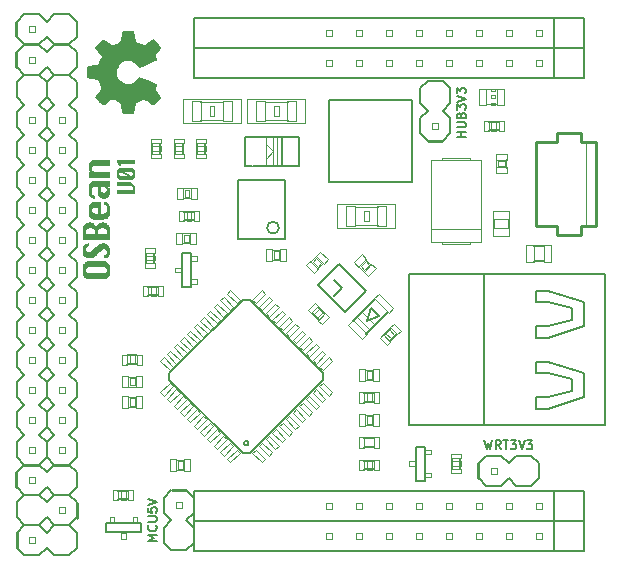
<source format=gto>
G04 (created by PCBNEW (2013-03-19 BZR 4004)-stable) date 2014/11/26 17:53:31*
%MOIN*%
G04 Gerber Fmt 3.4, Leading zero omitted, Abs format*
%FSLAX34Y34*%
G01*
G70*
G90*
G04 APERTURE LIST*
%ADD10C,0*%
%ADD11C,0.005*%
%ADD12C,0.00590551*%
%ADD13C,0.0026*%
%ADD14C,0.002*%
%ADD15C,0.004*%
%ADD16C,0.006*%
%ADD17C,0.00787402*%
%ADD18C,0.0019685*%
%ADD19C,0.01*%
%ADD20C,0.008*%
%ADD21C,0.0001*%
G04 APERTURE END LIST*
G54D10*
G54D11*
X67271Y-37078D02*
X66971Y-37078D01*
X67185Y-36978D01*
X66971Y-36878D01*
X67271Y-36878D01*
X67242Y-36564D02*
X67257Y-36578D01*
X67271Y-36621D01*
X67271Y-36650D01*
X67257Y-36692D01*
X67228Y-36721D01*
X67200Y-36735D01*
X67142Y-36750D01*
X67100Y-36750D01*
X67042Y-36735D01*
X67014Y-36721D01*
X66985Y-36692D01*
X66971Y-36650D01*
X66971Y-36621D01*
X66985Y-36578D01*
X67000Y-36564D01*
X66971Y-36435D02*
X67214Y-36435D01*
X67242Y-36421D01*
X67257Y-36407D01*
X67271Y-36378D01*
X67271Y-36321D01*
X67257Y-36292D01*
X67242Y-36278D01*
X67214Y-36264D01*
X66971Y-36264D01*
X66971Y-35978D02*
X66971Y-36121D01*
X67114Y-36135D01*
X67100Y-36121D01*
X67085Y-36092D01*
X67085Y-36021D01*
X67100Y-35992D01*
X67114Y-35978D01*
X67142Y-35964D01*
X67214Y-35964D01*
X67242Y-35978D01*
X67257Y-35992D01*
X67271Y-36021D01*
X67271Y-36092D01*
X67257Y-36121D01*
X67242Y-36135D01*
X66971Y-35878D02*
X67271Y-35778D01*
X66971Y-35678D01*
X78192Y-33721D02*
X78264Y-34021D01*
X78321Y-33807D01*
X78378Y-34021D01*
X78450Y-33721D01*
X78735Y-34021D02*
X78635Y-33878D01*
X78564Y-34021D02*
X78564Y-33721D01*
X78678Y-33721D01*
X78707Y-33735D01*
X78721Y-33750D01*
X78735Y-33778D01*
X78735Y-33821D01*
X78721Y-33850D01*
X78707Y-33864D01*
X78678Y-33878D01*
X78564Y-33878D01*
X78821Y-33721D02*
X78992Y-33721D01*
X78907Y-34021D02*
X78907Y-33721D01*
X79064Y-33721D02*
X79250Y-33721D01*
X79150Y-33835D01*
X79192Y-33835D01*
X79221Y-33850D01*
X79235Y-33864D01*
X79250Y-33892D01*
X79250Y-33964D01*
X79235Y-33992D01*
X79221Y-34007D01*
X79192Y-34021D01*
X79107Y-34021D01*
X79078Y-34007D01*
X79064Y-33992D01*
X79335Y-33721D02*
X79435Y-34021D01*
X79535Y-33721D01*
X79607Y-33721D02*
X79792Y-33721D01*
X79692Y-33835D01*
X79735Y-33835D01*
X79764Y-33850D01*
X79778Y-33864D01*
X79792Y-33892D01*
X79792Y-33964D01*
X79778Y-33992D01*
X79764Y-34007D01*
X79735Y-34021D01*
X79650Y-34021D01*
X79621Y-34007D01*
X79607Y-33992D01*
X77571Y-23607D02*
X77271Y-23607D01*
X77414Y-23607D02*
X77414Y-23435D01*
X77571Y-23435D02*
X77271Y-23435D01*
X77271Y-23292D02*
X77514Y-23292D01*
X77542Y-23278D01*
X77557Y-23264D01*
X77571Y-23235D01*
X77571Y-23178D01*
X77557Y-23149D01*
X77542Y-23135D01*
X77514Y-23121D01*
X77271Y-23121D01*
X77414Y-22878D02*
X77428Y-22835D01*
X77442Y-22821D01*
X77471Y-22807D01*
X77514Y-22807D01*
X77542Y-22821D01*
X77557Y-22835D01*
X77571Y-22864D01*
X77571Y-22978D01*
X77271Y-22978D01*
X77271Y-22878D01*
X77285Y-22849D01*
X77300Y-22835D01*
X77328Y-22821D01*
X77357Y-22821D01*
X77385Y-22835D01*
X77400Y-22849D01*
X77414Y-22878D01*
X77414Y-22978D01*
X77271Y-22707D02*
X77271Y-22521D01*
X77385Y-22621D01*
X77385Y-22578D01*
X77400Y-22549D01*
X77414Y-22535D01*
X77442Y-22521D01*
X77514Y-22521D01*
X77542Y-22535D01*
X77557Y-22549D01*
X77571Y-22578D01*
X77571Y-22664D01*
X77557Y-22692D01*
X77542Y-22707D01*
X77271Y-22435D02*
X77571Y-22335D01*
X77271Y-22235D01*
X77271Y-22164D02*
X77271Y-21978D01*
X77385Y-22078D01*
X77385Y-22035D01*
X77400Y-22007D01*
X77414Y-21992D01*
X77442Y-21978D01*
X77514Y-21978D01*
X77542Y-21992D01*
X77557Y-22007D01*
X77571Y-22035D01*
X77571Y-22121D01*
X77557Y-22149D01*
X77542Y-22164D01*
G54D12*
X73015Y-23750D02*
X73015Y-22372D01*
X73015Y-22372D02*
X75771Y-22372D01*
X75771Y-22372D02*
X75771Y-25127D01*
X75771Y-25127D02*
X73015Y-25127D01*
X73015Y-25127D02*
X73015Y-23750D01*
G54D13*
X71920Y-22415D02*
X71624Y-22415D01*
X71624Y-22415D02*
X71624Y-23084D01*
X71920Y-23084D02*
X71624Y-23084D01*
X71920Y-22415D02*
X71920Y-23084D01*
X70876Y-22416D02*
X70580Y-22416D01*
X70580Y-22416D02*
X70580Y-23085D01*
X70876Y-23085D02*
X70580Y-23085D01*
X70876Y-22416D02*
X70876Y-23085D01*
X71328Y-22593D02*
X71172Y-22593D01*
X71172Y-22593D02*
X71172Y-22907D01*
X71328Y-22907D02*
X71172Y-22907D01*
X71328Y-22593D02*
X71328Y-22907D01*
G54D14*
X72223Y-23137D02*
X70277Y-23137D01*
X70277Y-22363D02*
X72223Y-22363D01*
X72223Y-22363D02*
X72223Y-23137D01*
X70277Y-23137D02*
X70277Y-22363D01*
G54D15*
X71629Y-23059D02*
X70871Y-23059D01*
X71629Y-22441D02*
X70871Y-22441D01*
G54D13*
X73580Y-26585D02*
X73876Y-26585D01*
X73876Y-26585D02*
X73876Y-25916D01*
X73580Y-25916D02*
X73876Y-25916D01*
X73580Y-26585D02*
X73580Y-25916D01*
X74624Y-26584D02*
X74920Y-26584D01*
X74920Y-26584D02*
X74920Y-25915D01*
X74624Y-25915D02*
X74920Y-25915D01*
X74624Y-26584D02*
X74624Y-25915D01*
X74172Y-26407D02*
X74328Y-26407D01*
X74328Y-26407D02*
X74328Y-26093D01*
X74172Y-26093D02*
X74328Y-26093D01*
X74172Y-26407D02*
X74172Y-26093D01*
G54D14*
X73277Y-25863D02*
X75223Y-25863D01*
X75223Y-26637D02*
X73277Y-26637D01*
X73277Y-26637D02*
X73277Y-25863D01*
X75223Y-25863D02*
X75223Y-26637D01*
G54D15*
X73871Y-25941D02*
X74629Y-25941D01*
X73871Y-26559D02*
X74629Y-26559D01*
G54D12*
X71340Y-26640D02*
G75*
G03X71340Y-26640I-196J0D01*
G74*
G01*
X69962Y-25065D02*
X71537Y-25065D01*
X71537Y-25065D02*
X71537Y-27034D01*
X71537Y-27034D02*
X69962Y-27034D01*
X69962Y-27034D02*
X69962Y-26050D01*
X69962Y-26050D02*
X69962Y-25065D01*
G54D13*
X68170Y-23830D02*
X68170Y-23670D01*
X68170Y-23670D02*
X67830Y-23670D01*
X67830Y-23830D02*
X67830Y-23670D01*
X68170Y-23830D02*
X67830Y-23830D01*
X68170Y-24330D02*
X68170Y-24170D01*
X68170Y-24170D02*
X67830Y-24170D01*
X67830Y-24330D02*
X67830Y-24170D01*
X68170Y-24330D02*
X67830Y-24330D01*
X68157Y-24078D02*
X68157Y-23922D01*
X68157Y-23922D02*
X67843Y-23922D01*
X67843Y-24078D02*
X67843Y-23922D01*
X68157Y-24078D02*
X67843Y-24078D01*
G54D16*
X68140Y-24170D02*
X68140Y-23830D01*
X67860Y-23830D02*
X67860Y-24170D01*
G54D13*
X68172Y-26080D02*
X68012Y-26080D01*
X68012Y-26080D02*
X68012Y-26420D01*
X68172Y-26420D02*
X68012Y-26420D01*
X68172Y-26080D02*
X68172Y-26420D01*
X68672Y-26080D02*
X68512Y-26080D01*
X68512Y-26080D02*
X68512Y-26420D01*
X68672Y-26420D02*
X68512Y-26420D01*
X68672Y-26080D02*
X68672Y-26420D01*
X68420Y-26093D02*
X68264Y-26093D01*
X68264Y-26093D02*
X68264Y-26407D01*
X68420Y-26407D02*
X68264Y-26407D01*
X68420Y-26093D02*
X68420Y-26407D01*
G54D16*
X68512Y-26110D02*
X68172Y-26110D01*
X68172Y-26390D02*
X68512Y-26390D01*
G54D13*
X67080Y-24170D02*
X67080Y-24330D01*
X67080Y-24330D02*
X67420Y-24330D01*
X67420Y-24170D02*
X67420Y-24330D01*
X67080Y-24170D02*
X67420Y-24170D01*
X67080Y-23670D02*
X67080Y-23830D01*
X67080Y-23830D02*
X67420Y-23830D01*
X67420Y-23670D02*
X67420Y-23830D01*
X67080Y-23670D02*
X67420Y-23670D01*
X67093Y-23922D02*
X67093Y-24078D01*
X67093Y-24078D02*
X67407Y-24078D01*
X67407Y-23922D02*
X67407Y-24078D01*
X67093Y-23922D02*
X67407Y-23922D01*
G54D16*
X67110Y-23830D02*
X67110Y-24170D01*
X67390Y-24170D02*
X67390Y-23830D01*
G54D13*
X68580Y-24170D02*
X68580Y-24330D01*
X68580Y-24330D02*
X68920Y-24330D01*
X68920Y-24170D02*
X68920Y-24330D01*
X68580Y-24170D02*
X68920Y-24170D01*
X68580Y-23670D02*
X68580Y-23830D01*
X68580Y-23830D02*
X68920Y-23830D01*
X68920Y-23670D02*
X68920Y-23830D01*
X68580Y-23670D02*
X68920Y-23670D01*
X68593Y-23922D02*
X68593Y-24078D01*
X68593Y-24078D02*
X68907Y-24078D01*
X68907Y-23922D02*
X68907Y-24078D01*
X68593Y-23922D02*
X68907Y-23922D01*
G54D16*
X68610Y-23830D02*
X68610Y-24170D01*
X68890Y-24170D02*
X68890Y-23830D01*
G54D13*
X71580Y-27365D02*
X71383Y-27365D01*
X71383Y-27365D02*
X71383Y-27739D01*
X71580Y-27739D02*
X71383Y-27739D01*
X71580Y-27365D02*
X71580Y-27739D01*
X71120Y-27365D02*
X70924Y-27365D01*
X70924Y-27365D02*
X70924Y-27739D01*
X71120Y-27739D02*
X70924Y-27739D01*
X71120Y-27365D02*
X71120Y-27739D01*
X71328Y-27432D02*
X71172Y-27432D01*
X71172Y-27432D02*
X71172Y-27668D01*
X71328Y-27668D02*
X71172Y-27668D01*
X71328Y-27432D02*
X71328Y-27668D01*
G54D15*
X71390Y-27720D02*
X71110Y-27720D01*
X71390Y-27386D02*
X71110Y-27386D01*
G54D13*
X67950Y-25685D02*
X68147Y-25685D01*
X68147Y-25685D02*
X68147Y-25311D01*
X67950Y-25311D02*
X68147Y-25311D01*
X67950Y-25685D02*
X67950Y-25311D01*
X68410Y-25685D02*
X68606Y-25685D01*
X68606Y-25685D02*
X68606Y-25311D01*
X68410Y-25311D02*
X68606Y-25311D01*
X68410Y-25685D02*
X68410Y-25311D01*
X68202Y-25618D02*
X68358Y-25618D01*
X68358Y-25618D02*
X68358Y-25382D01*
X68202Y-25382D02*
X68358Y-25382D01*
X68202Y-25618D02*
X68202Y-25382D01*
G54D15*
X68140Y-25330D02*
X68420Y-25330D01*
X68140Y-25664D02*
X68420Y-25664D01*
G54D13*
X67920Y-27185D02*
X68117Y-27185D01*
X68117Y-27185D02*
X68117Y-26811D01*
X67920Y-26811D02*
X68117Y-26811D01*
X67920Y-27185D02*
X67920Y-26811D01*
X68380Y-27185D02*
X68576Y-27185D01*
X68576Y-27185D02*
X68576Y-26811D01*
X68380Y-26811D02*
X68576Y-26811D01*
X68380Y-27185D02*
X68380Y-26811D01*
X68172Y-27118D02*
X68328Y-27118D01*
X68328Y-27118D02*
X68328Y-26882D01*
X68172Y-26882D02*
X68328Y-26882D01*
X68172Y-27118D02*
X68172Y-26882D01*
G54D15*
X68110Y-26830D02*
X68390Y-26830D01*
X68110Y-27164D02*
X68390Y-27164D01*
G54D13*
X77722Y-27187D02*
X77722Y-27108D01*
X77722Y-27108D02*
X76778Y-27108D01*
X76778Y-27187D02*
X76778Y-27108D01*
X77722Y-27187D02*
X76778Y-27187D01*
X77722Y-24392D02*
X77722Y-24313D01*
X77722Y-24313D02*
X76778Y-24313D01*
X76778Y-24392D02*
X76778Y-24313D01*
X77722Y-24392D02*
X76778Y-24392D01*
X78076Y-27127D02*
X78076Y-26694D01*
X78076Y-26694D02*
X76424Y-26694D01*
X76424Y-27127D02*
X76424Y-26694D01*
X78076Y-27127D02*
X76424Y-27127D01*
G54D15*
X76424Y-27127D02*
X76424Y-24373D01*
X76424Y-24373D02*
X78076Y-24373D01*
X78076Y-24373D02*
X78076Y-27127D01*
X78076Y-27127D02*
X76424Y-27127D01*
G54D13*
X79840Y-27225D02*
X79585Y-27225D01*
X79585Y-27225D02*
X79585Y-27776D01*
X79840Y-27776D02*
X79585Y-27776D01*
X79840Y-27225D02*
X79840Y-27776D01*
X80420Y-27225D02*
X80164Y-27225D01*
X80164Y-27225D02*
X80164Y-27776D01*
X80420Y-27776D02*
X80164Y-27776D01*
X80420Y-27225D02*
X80420Y-27776D01*
G54D16*
X80161Y-27750D02*
X79839Y-27750D01*
X80161Y-27250D02*
X79839Y-27250D01*
G54D13*
X79025Y-26340D02*
X79025Y-26085D01*
X79025Y-26085D02*
X78474Y-26085D01*
X78474Y-26340D02*
X78474Y-26085D01*
X79025Y-26340D02*
X78474Y-26340D01*
X79025Y-26920D02*
X79025Y-26664D01*
X79025Y-26664D02*
X78474Y-26664D01*
X78474Y-26920D02*
X78474Y-26664D01*
X79025Y-26920D02*
X78474Y-26920D01*
G54D16*
X78500Y-26661D02*
X78500Y-26339D01*
X79000Y-26661D02*
X79000Y-26339D01*
G54D12*
X69523Y-36405D02*
X68523Y-36405D01*
X69523Y-35405D02*
X68523Y-35405D01*
X68523Y-35405D02*
X68523Y-37405D01*
X68523Y-37405D02*
X69523Y-37405D01*
X80523Y-35405D02*
X80523Y-37405D01*
X72523Y-37405D02*
X81523Y-37405D01*
X81523Y-37405D02*
X81523Y-36405D01*
X72523Y-36405D02*
X81523Y-36405D01*
X81523Y-36405D02*
X81523Y-35405D01*
X81523Y-35405D02*
X72523Y-35405D01*
X72523Y-35405D02*
X69523Y-35405D01*
X69523Y-37405D02*
X72523Y-37405D01*
X72523Y-36405D02*
X69523Y-36405D01*
G54D13*
X74123Y-37005D02*
X74123Y-36805D01*
X74123Y-36805D02*
X73923Y-36805D01*
X73923Y-37005D02*
X73923Y-36805D01*
X74123Y-37005D02*
X73923Y-37005D01*
X74123Y-36005D02*
X73923Y-36005D01*
X73923Y-36005D02*
X73923Y-35805D01*
X74123Y-35805D02*
X73923Y-35805D01*
X74123Y-36005D02*
X74123Y-35805D01*
X80123Y-37005D02*
X80123Y-36805D01*
X80123Y-36805D02*
X79923Y-36805D01*
X79923Y-37005D02*
X79923Y-36805D01*
X80123Y-37005D02*
X79923Y-37005D01*
X79123Y-37005D02*
X79123Y-36805D01*
X79123Y-36805D02*
X78923Y-36805D01*
X78923Y-37005D02*
X78923Y-36805D01*
X79123Y-37005D02*
X78923Y-37005D01*
X78123Y-37005D02*
X78123Y-36805D01*
X78123Y-36805D02*
X77923Y-36805D01*
X77923Y-37005D02*
X77923Y-36805D01*
X78123Y-37005D02*
X77923Y-37005D01*
X77123Y-37005D02*
X77123Y-36805D01*
X77123Y-36805D02*
X76923Y-36805D01*
X76923Y-37005D02*
X76923Y-36805D01*
X77123Y-37005D02*
X76923Y-37005D01*
X76123Y-37005D02*
X76123Y-36805D01*
X76123Y-36805D02*
X75923Y-36805D01*
X75923Y-37005D02*
X75923Y-36805D01*
X76123Y-37005D02*
X75923Y-37005D01*
X73123Y-37005D02*
X72923Y-37005D01*
X72923Y-37005D02*
X72923Y-36805D01*
X73123Y-36805D02*
X72923Y-36805D01*
X73123Y-37005D02*
X73123Y-36805D01*
X75123Y-37005D02*
X74923Y-37005D01*
X74923Y-37005D02*
X74923Y-36805D01*
X75123Y-36805D02*
X74923Y-36805D01*
X75123Y-37005D02*
X75123Y-36805D01*
X75123Y-36005D02*
X75123Y-35805D01*
X75123Y-35805D02*
X74923Y-35805D01*
X74923Y-36005D02*
X74923Y-35805D01*
X75123Y-36005D02*
X74923Y-36005D01*
X73123Y-36005D02*
X73123Y-35805D01*
X73123Y-35805D02*
X72923Y-35805D01*
X72923Y-36005D02*
X72923Y-35805D01*
X73123Y-36005D02*
X72923Y-36005D01*
X76123Y-36005D02*
X75923Y-36005D01*
X75923Y-36005D02*
X75923Y-35805D01*
X76123Y-35805D02*
X75923Y-35805D01*
X76123Y-36005D02*
X76123Y-35805D01*
X77123Y-36005D02*
X76923Y-36005D01*
X76923Y-36005D02*
X76923Y-35805D01*
X77123Y-35805D02*
X76923Y-35805D01*
X77123Y-36005D02*
X77123Y-35805D01*
X78123Y-36005D02*
X77923Y-36005D01*
X77923Y-36005D02*
X77923Y-35805D01*
X78123Y-35805D02*
X77923Y-35805D01*
X78123Y-36005D02*
X78123Y-35805D01*
X79123Y-36005D02*
X78923Y-36005D01*
X78923Y-36005D02*
X78923Y-35805D01*
X79123Y-35805D02*
X78923Y-35805D01*
X79123Y-36005D02*
X79123Y-35805D01*
X80123Y-36005D02*
X79923Y-36005D01*
X79923Y-36005D02*
X79923Y-35805D01*
X80123Y-35805D02*
X79923Y-35805D01*
X80123Y-36005D02*
X80123Y-35805D01*
G54D12*
X69523Y-20657D02*
X68523Y-20657D01*
X69523Y-19657D02*
X68523Y-19657D01*
X68523Y-19657D02*
X68523Y-21657D01*
X68523Y-21657D02*
X69523Y-21657D01*
X80523Y-19657D02*
X80523Y-21657D01*
X72523Y-21657D02*
X81523Y-21657D01*
X81523Y-21657D02*
X81523Y-20657D01*
X72523Y-20657D02*
X81523Y-20657D01*
X81523Y-20657D02*
X81523Y-19657D01*
X81523Y-19657D02*
X72523Y-19657D01*
X72523Y-19657D02*
X69523Y-19657D01*
X69523Y-21657D02*
X72523Y-21657D01*
X72523Y-20657D02*
X69523Y-20657D01*
G54D13*
X74123Y-21257D02*
X74123Y-21057D01*
X74123Y-21057D02*
X73923Y-21057D01*
X73923Y-21257D02*
X73923Y-21057D01*
X74123Y-21257D02*
X73923Y-21257D01*
X74123Y-20257D02*
X73923Y-20257D01*
X73923Y-20257D02*
X73923Y-20057D01*
X74123Y-20057D02*
X73923Y-20057D01*
X74123Y-20257D02*
X74123Y-20057D01*
X80123Y-21257D02*
X80123Y-21057D01*
X80123Y-21057D02*
X79923Y-21057D01*
X79923Y-21257D02*
X79923Y-21057D01*
X80123Y-21257D02*
X79923Y-21257D01*
X79123Y-21257D02*
X79123Y-21057D01*
X79123Y-21057D02*
X78923Y-21057D01*
X78923Y-21257D02*
X78923Y-21057D01*
X79123Y-21257D02*
X78923Y-21257D01*
X78123Y-21257D02*
X78123Y-21057D01*
X78123Y-21057D02*
X77923Y-21057D01*
X77923Y-21257D02*
X77923Y-21057D01*
X78123Y-21257D02*
X77923Y-21257D01*
X77123Y-21257D02*
X77123Y-21057D01*
X77123Y-21057D02*
X76923Y-21057D01*
X76923Y-21257D02*
X76923Y-21057D01*
X77123Y-21257D02*
X76923Y-21257D01*
X76123Y-21257D02*
X76123Y-21057D01*
X76123Y-21057D02*
X75923Y-21057D01*
X75923Y-21257D02*
X75923Y-21057D01*
X76123Y-21257D02*
X75923Y-21257D01*
X73123Y-21257D02*
X72923Y-21257D01*
X72923Y-21257D02*
X72923Y-21057D01*
X73123Y-21057D02*
X72923Y-21057D01*
X73123Y-21257D02*
X73123Y-21057D01*
X75123Y-21257D02*
X74923Y-21257D01*
X74923Y-21257D02*
X74923Y-21057D01*
X75123Y-21057D02*
X74923Y-21057D01*
X75123Y-21257D02*
X75123Y-21057D01*
X75123Y-20257D02*
X75123Y-20057D01*
X75123Y-20057D02*
X74923Y-20057D01*
X74923Y-20257D02*
X74923Y-20057D01*
X75123Y-20257D02*
X74923Y-20257D01*
X73123Y-20257D02*
X73123Y-20057D01*
X73123Y-20057D02*
X72923Y-20057D01*
X72923Y-20257D02*
X72923Y-20057D01*
X73123Y-20257D02*
X72923Y-20257D01*
X76123Y-20257D02*
X75923Y-20257D01*
X75923Y-20257D02*
X75923Y-20057D01*
X76123Y-20057D02*
X75923Y-20057D01*
X76123Y-20257D02*
X76123Y-20057D01*
X77123Y-20257D02*
X76923Y-20257D01*
X76923Y-20257D02*
X76923Y-20057D01*
X77123Y-20057D02*
X76923Y-20057D01*
X77123Y-20257D02*
X77123Y-20057D01*
X78123Y-20257D02*
X77923Y-20257D01*
X77923Y-20257D02*
X77923Y-20057D01*
X78123Y-20057D02*
X77923Y-20057D01*
X78123Y-20257D02*
X78123Y-20057D01*
X79123Y-20257D02*
X78923Y-20257D01*
X78923Y-20257D02*
X78923Y-20057D01*
X79123Y-20057D02*
X78923Y-20057D01*
X79123Y-20257D02*
X79123Y-20057D01*
X80123Y-20257D02*
X79923Y-20257D01*
X79923Y-20257D02*
X79923Y-20057D01*
X80123Y-20057D02*
X79923Y-20057D01*
X80123Y-20257D02*
X80123Y-20057D01*
X74180Y-34380D02*
X74020Y-34380D01*
X74020Y-34380D02*
X74020Y-34720D01*
X74180Y-34720D02*
X74020Y-34720D01*
X74180Y-34380D02*
X74180Y-34720D01*
X74680Y-34380D02*
X74520Y-34380D01*
X74520Y-34380D02*
X74520Y-34720D01*
X74680Y-34720D02*
X74520Y-34720D01*
X74680Y-34380D02*
X74680Y-34720D01*
X74428Y-34393D02*
X74272Y-34393D01*
X74272Y-34393D02*
X74272Y-34707D01*
X74428Y-34707D02*
X74272Y-34707D01*
X74428Y-34393D02*
X74428Y-34707D01*
G54D16*
X74520Y-34410D02*
X74180Y-34410D01*
X74180Y-34690D02*
X74520Y-34690D01*
G54D13*
X78935Y-24830D02*
X78935Y-24633D01*
X78935Y-24633D02*
X78561Y-24633D01*
X78561Y-24830D02*
X78561Y-24633D01*
X78935Y-24830D02*
X78561Y-24830D01*
X78935Y-24370D02*
X78935Y-24174D01*
X78935Y-24174D02*
X78561Y-24174D01*
X78561Y-24370D02*
X78561Y-24174D01*
X78935Y-24370D02*
X78561Y-24370D01*
X78868Y-24578D02*
X78868Y-24422D01*
X78868Y-24422D02*
X78632Y-24422D01*
X78632Y-24578D02*
X78632Y-24422D01*
X78868Y-24578D02*
X78632Y-24578D01*
G54D15*
X78580Y-24640D02*
X78580Y-24360D01*
X78914Y-24640D02*
X78914Y-24360D01*
G54D13*
X66120Y-32635D02*
X66317Y-32635D01*
X66317Y-32635D02*
X66317Y-32261D01*
X66120Y-32261D02*
X66317Y-32261D01*
X66120Y-32635D02*
X66120Y-32261D01*
X66580Y-32635D02*
X66776Y-32635D01*
X66776Y-32635D02*
X66776Y-32261D01*
X66580Y-32261D02*
X66776Y-32261D01*
X66580Y-32635D02*
X66580Y-32261D01*
X66372Y-32568D02*
X66528Y-32568D01*
X66528Y-32568D02*
X66528Y-32332D01*
X66372Y-32332D02*
X66528Y-32332D01*
X66372Y-32568D02*
X66372Y-32332D01*
G54D15*
X66310Y-32280D02*
X66590Y-32280D01*
X66310Y-32614D02*
X66590Y-32614D01*
G54D13*
X66120Y-31965D02*
X66317Y-31965D01*
X66317Y-31965D02*
X66317Y-31591D01*
X66120Y-31591D02*
X66317Y-31591D01*
X66120Y-31965D02*
X66120Y-31591D01*
X66580Y-31965D02*
X66776Y-31965D01*
X66776Y-31965D02*
X66776Y-31591D01*
X66580Y-31591D02*
X66776Y-31591D01*
X66580Y-31965D02*
X66580Y-31591D01*
X66372Y-31898D02*
X66528Y-31898D01*
X66528Y-31898D02*
X66528Y-31662D01*
X66372Y-31662D02*
X66528Y-31662D01*
X66372Y-31898D02*
X66372Y-31662D01*
G54D15*
X66310Y-31610D02*
X66590Y-31610D01*
X66310Y-31944D02*
X66590Y-31944D01*
G54D13*
X68380Y-34365D02*
X68183Y-34365D01*
X68183Y-34365D02*
X68183Y-34739D01*
X68380Y-34739D02*
X68183Y-34739D01*
X68380Y-34365D02*
X68380Y-34739D01*
X67920Y-34365D02*
X67724Y-34365D01*
X67724Y-34365D02*
X67724Y-34739D01*
X67920Y-34739D02*
X67724Y-34739D01*
X67920Y-34365D02*
X67920Y-34739D01*
X68128Y-34432D02*
X67972Y-34432D01*
X67972Y-34432D02*
X67972Y-34668D01*
X68128Y-34668D02*
X67972Y-34668D01*
X68128Y-34432D02*
X68128Y-34668D01*
G54D15*
X68190Y-34720D02*
X67910Y-34720D01*
X68190Y-34386D02*
X67910Y-34386D01*
G54D13*
X66280Y-30870D02*
X66120Y-30870D01*
X66120Y-30870D02*
X66120Y-31210D01*
X66280Y-31210D02*
X66120Y-31210D01*
X66280Y-30870D02*
X66280Y-31210D01*
X66780Y-30870D02*
X66620Y-30870D01*
X66620Y-30870D02*
X66620Y-31210D01*
X66780Y-31210D02*
X66620Y-31210D01*
X66780Y-30870D02*
X66780Y-31210D01*
X66528Y-30883D02*
X66372Y-30883D01*
X66372Y-30883D02*
X66372Y-31197D01*
X66528Y-31197D02*
X66372Y-31197D01*
X66528Y-30883D02*
X66528Y-31197D01*
G54D16*
X66620Y-30900D02*
X66280Y-30900D01*
X66280Y-31180D02*
X66620Y-31180D01*
G54D13*
X74180Y-32130D02*
X74020Y-32130D01*
X74020Y-32130D02*
X74020Y-32470D01*
X74180Y-32470D02*
X74020Y-32470D01*
X74180Y-32130D02*
X74180Y-32470D01*
X74680Y-32130D02*
X74520Y-32130D01*
X74520Y-32130D02*
X74520Y-32470D01*
X74680Y-32470D02*
X74520Y-32470D01*
X74680Y-32130D02*
X74680Y-32470D01*
X74428Y-32143D02*
X74272Y-32143D01*
X74272Y-32143D02*
X74272Y-32457D01*
X74428Y-32457D02*
X74272Y-32457D01*
X74428Y-32143D02*
X74428Y-32457D01*
G54D16*
X74520Y-32160D02*
X74180Y-32160D01*
X74180Y-32440D02*
X74520Y-32440D01*
G54D13*
X72650Y-29740D02*
X72763Y-29853D01*
X72763Y-29853D02*
X73003Y-29613D01*
X72890Y-29500D02*
X73003Y-29613D01*
X72650Y-29740D02*
X72890Y-29500D01*
X72296Y-29386D02*
X72409Y-29500D01*
X72409Y-29500D02*
X72650Y-29259D01*
X72536Y-29146D02*
X72650Y-29259D01*
X72296Y-29386D02*
X72536Y-29146D01*
X72483Y-29555D02*
X72594Y-29666D01*
X72594Y-29666D02*
X72816Y-29444D01*
X72705Y-29333D02*
X72816Y-29444D01*
X72483Y-29555D02*
X72705Y-29333D01*
G54D16*
X72430Y-29478D02*
X72671Y-29719D01*
X72869Y-29521D02*
X72628Y-29280D01*
G54D13*
X74809Y-30200D02*
X74696Y-30313D01*
X74696Y-30313D02*
X74936Y-30553D01*
X75050Y-30440D02*
X74936Y-30553D01*
X74809Y-30200D02*
X75050Y-30440D01*
X75163Y-29846D02*
X75050Y-29959D01*
X75050Y-29959D02*
X75290Y-30200D01*
X75403Y-30086D02*
X75290Y-30200D01*
X75163Y-29846D02*
X75403Y-30086D01*
X74994Y-30033D02*
X74883Y-30144D01*
X74883Y-30144D02*
X75105Y-30366D01*
X75216Y-30255D02*
X75105Y-30366D01*
X74994Y-30033D02*
X75216Y-30255D01*
G54D16*
X75071Y-29980D02*
X74830Y-30221D01*
X75028Y-30419D02*
X75269Y-30178D01*
G54D13*
X73835Y-27797D02*
X73975Y-27936D01*
X73975Y-27936D02*
X74239Y-27672D01*
X74100Y-27533D02*
X74239Y-27672D01*
X73835Y-27797D02*
X74100Y-27533D01*
X74161Y-28122D02*
X74299Y-28261D01*
X74299Y-28261D02*
X74564Y-27996D01*
X74425Y-27858D02*
X74564Y-27996D01*
X74161Y-28122D02*
X74425Y-27858D01*
X74061Y-27928D02*
X74171Y-28038D01*
X74171Y-28038D02*
X74338Y-27871D01*
X74228Y-27761D02*
X74338Y-27871D01*
X74061Y-27928D02*
X74228Y-27761D01*
G54D15*
X74221Y-27680D02*
X74419Y-27878D01*
X73985Y-27916D02*
X74183Y-28114D01*
G54D13*
X74680Y-32865D02*
X74483Y-32865D01*
X74483Y-32865D02*
X74483Y-33239D01*
X74680Y-33239D02*
X74483Y-33239D01*
X74680Y-32865D02*
X74680Y-33239D01*
X74220Y-32865D02*
X74024Y-32865D01*
X74024Y-32865D02*
X74024Y-33239D01*
X74220Y-33239D02*
X74024Y-33239D01*
X74220Y-32865D02*
X74220Y-33239D01*
X74428Y-32932D02*
X74272Y-32932D01*
X74272Y-32932D02*
X74272Y-33168D01*
X74428Y-33168D02*
X74272Y-33168D01*
X74428Y-32932D02*
X74428Y-33168D01*
G54D15*
X74490Y-33220D02*
X74210Y-33220D01*
X74490Y-32886D02*
X74210Y-32886D01*
G54D13*
X68435Y-23085D02*
X68731Y-23085D01*
X68731Y-23085D02*
X68731Y-22416D01*
X68435Y-22416D02*
X68731Y-22416D01*
X68435Y-23085D02*
X68435Y-22416D01*
X69479Y-23084D02*
X69775Y-23084D01*
X69775Y-23084D02*
X69775Y-22415D01*
X69479Y-22415D02*
X69775Y-22415D01*
X69479Y-23084D02*
X69479Y-22415D01*
X69027Y-22907D02*
X69183Y-22907D01*
X69183Y-22907D02*
X69183Y-22593D01*
X69027Y-22593D02*
X69183Y-22593D01*
X69027Y-22907D02*
X69027Y-22593D01*
G54D14*
X68132Y-22363D02*
X70078Y-22363D01*
X70078Y-23137D02*
X68132Y-23137D01*
X68132Y-23137D02*
X68132Y-22363D01*
X70078Y-22363D02*
X70078Y-23137D01*
G54D15*
X68726Y-22441D02*
X69484Y-22441D01*
X68726Y-23059D02*
X69484Y-23059D01*
G54D13*
X78670Y-23420D02*
X78830Y-23420D01*
X78830Y-23420D02*
X78830Y-23080D01*
X78670Y-23080D02*
X78830Y-23080D01*
X78670Y-23420D02*
X78670Y-23080D01*
X78170Y-23420D02*
X78330Y-23420D01*
X78330Y-23420D02*
X78330Y-23080D01*
X78170Y-23080D02*
X78330Y-23080D01*
X78170Y-23420D02*
X78170Y-23080D01*
X78422Y-23407D02*
X78578Y-23407D01*
X78578Y-23407D02*
X78578Y-23093D01*
X78422Y-23093D02*
X78578Y-23093D01*
X78422Y-23407D02*
X78422Y-23093D01*
G54D16*
X78330Y-23390D02*
X78670Y-23390D01*
X78670Y-23110D02*
X78330Y-23110D01*
G54D13*
X78425Y-22010D02*
X78425Y-22069D01*
X78425Y-22069D02*
X78543Y-22069D01*
X78543Y-22010D02*
X78543Y-22069D01*
X78425Y-22010D02*
X78543Y-22010D01*
X78425Y-22481D02*
X78425Y-22540D01*
X78425Y-22540D02*
X78543Y-22540D01*
X78543Y-22481D02*
X78543Y-22540D01*
X78425Y-22481D02*
X78543Y-22481D01*
X78425Y-22216D02*
X78425Y-22334D01*
X78425Y-22334D02*
X78543Y-22334D01*
X78543Y-22216D02*
X78543Y-22334D01*
X78425Y-22216D02*
X78543Y-22216D01*
X78602Y-22010D02*
X78602Y-22540D01*
X78602Y-22540D02*
X78838Y-22540D01*
X78838Y-22010D02*
X78838Y-22540D01*
X78602Y-22010D02*
X78838Y-22010D01*
X78012Y-22010D02*
X78012Y-22540D01*
X78012Y-22540D02*
X78248Y-22540D01*
X78248Y-22010D02*
X78248Y-22540D01*
X78012Y-22010D02*
X78248Y-22010D01*
G54D15*
X78602Y-22029D02*
X78248Y-22029D01*
X78602Y-22521D02*
X78238Y-22521D01*
G54D17*
X71452Y-23666D02*
X71452Y-24533D01*
G54D18*
X71275Y-23647D02*
X71275Y-24552D01*
X71157Y-23647D02*
X71157Y-24572D01*
X70901Y-23863D02*
X71157Y-24100D01*
X71157Y-24100D02*
X70901Y-24336D01*
X70901Y-23627D02*
X70901Y-24572D01*
G54D12*
X72023Y-24100D02*
X72023Y-24572D01*
X72003Y-24572D02*
X70822Y-24572D01*
X70862Y-24572D02*
X70468Y-24572D01*
X70448Y-24572D02*
X70212Y-24572D01*
X70212Y-24572D02*
X70212Y-23627D01*
X70212Y-23627D02*
X72023Y-23627D01*
X72023Y-24100D02*
X72023Y-23627D01*
G54D19*
X68256Y-35388D02*
X67764Y-35388D01*
G54D20*
X67500Y-36150D02*
X67500Y-35650D01*
X67500Y-37150D02*
X67500Y-36650D01*
G54D13*
X67900Y-36000D02*
X67900Y-35800D01*
X67900Y-35800D02*
X68100Y-35800D01*
X68100Y-36000D02*
X68100Y-35800D01*
X67900Y-36000D02*
X68100Y-36000D01*
G54D20*
X68500Y-37150D02*
X68500Y-36650D01*
X68500Y-36650D02*
X68250Y-36400D01*
X67750Y-36400D02*
X67500Y-36650D01*
X68250Y-36400D02*
X68500Y-36150D01*
X68500Y-36150D02*
X68500Y-35650D01*
X68500Y-35650D02*
X68250Y-35400D01*
X67750Y-35400D02*
X67500Y-35650D01*
X67500Y-35650D02*
X67500Y-36150D01*
X67500Y-36150D02*
X67750Y-36400D01*
X68250Y-37400D02*
X67750Y-37400D01*
X68500Y-37150D02*
X68250Y-37400D01*
X67750Y-37400D02*
X67500Y-37150D01*
X67500Y-36650D02*
X67500Y-37150D01*
G54D19*
X76294Y-23762D02*
X76786Y-23762D01*
G54D20*
X77050Y-23000D02*
X77050Y-23500D01*
X77050Y-22000D02*
X77050Y-22500D01*
G54D13*
X76650Y-23150D02*
X76650Y-23350D01*
X76650Y-23350D02*
X76450Y-23350D01*
X76450Y-23150D02*
X76450Y-23350D01*
X76650Y-23150D02*
X76450Y-23150D01*
G54D20*
X76050Y-22000D02*
X76050Y-22500D01*
X76050Y-22500D02*
X76300Y-22750D01*
X76800Y-22750D02*
X77050Y-22500D01*
X76300Y-22750D02*
X76050Y-23000D01*
X76050Y-23000D02*
X76050Y-23500D01*
X76050Y-23500D02*
X76300Y-23750D01*
X76800Y-23750D02*
X77050Y-23500D01*
X77050Y-23500D02*
X77050Y-23000D01*
X77050Y-23000D02*
X76800Y-22750D01*
X76300Y-21750D02*
X76800Y-21750D01*
X76050Y-22000D02*
X76300Y-21750D01*
X76800Y-21750D02*
X77050Y-22000D01*
X77050Y-22500D02*
X77050Y-22000D01*
G54D19*
X77988Y-34494D02*
X77988Y-34986D01*
G54D20*
X78750Y-35250D02*
X78250Y-35250D01*
X79750Y-35250D02*
X79250Y-35250D01*
G54D13*
X78600Y-34850D02*
X78400Y-34850D01*
X78400Y-34850D02*
X78400Y-34650D01*
X78600Y-34650D02*
X78400Y-34650D01*
X78600Y-34850D02*
X78600Y-34650D01*
G54D20*
X79750Y-34250D02*
X79250Y-34250D01*
X79250Y-34250D02*
X79000Y-34500D01*
X79000Y-35000D02*
X79250Y-35250D01*
X79000Y-34500D02*
X78750Y-34250D01*
X78750Y-34250D02*
X78250Y-34250D01*
X78250Y-34250D02*
X78000Y-34500D01*
X78000Y-35000D02*
X78250Y-35250D01*
X78250Y-35250D02*
X78750Y-35250D01*
X78750Y-35250D02*
X79000Y-35000D01*
X80000Y-34500D02*
X80000Y-35000D01*
X79750Y-34250D02*
X80000Y-34500D01*
X80000Y-35000D02*
X79750Y-35250D01*
X79250Y-35250D02*
X79750Y-35250D01*
G54D13*
X70889Y-34355D02*
X70569Y-34035D01*
X70569Y-34035D02*
X70458Y-34146D01*
X70778Y-34466D02*
X70458Y-34146D01*
X70889Y-34355D02*
X70778Y-34466D01*
X71112Y-34132D02*
X70792Y-33812D01*
X70792Y-33812D02*
X70681Y-33923D01*
X71001Y-34243D02*
X70681Y-33923D01*
X71112Y-34132D02*
X71001Y-34243D01*
X71335Y-33910D02*
X71015Y-33589D01*
X71015Y-33589D02*
X70904Y-33700D01*
X71224Y-34021D02*
X70904Y-33700D01*
X71335Y-33910D02*
X71224Y-34021D01*
X71558Y-33687D02*
X71237Y-33367D01*
X71237Y-33367D02*
X71126Y-33478D01*
X71447Y-33798D02*
X71126Y-33478D01*
X71558Y-33687D02*
X71447Y-33798D01*
X71780Y-33464D02*
X71460Y-33144D01*
X71460Y-33144D02*
X71349Y-33255D01*
X71669Y-33575D02*
X71349Y-33255D01*
X71780Y-33464D02*
X71669Y-33575D01*
X72002Y-33242D02*
X71682Y-32922D01*
X71682Y-32922D02*
X71572Y-33032D01*
X71892Y-33352D02*
X71572Y-33032D01*
X72002Y-33242D02*
X71892Y-33352D01*
X72225Y-33019D02*
X71905Y-32699D01*
X71905Y-32699D02*
X71794Y-32810D01*
X72114Y-33130D02*
X71794Y-32810D01*
X72225Y-33019D02*
X72114Y-33130D01*
X72448Y-32797D02*
X72128Y-32476D01*
X72128Y-32476D02*
X72017Y-32587D01*
X72337Y-32908D02*
X72017Y-32587D01*
X72448Y-32797D02*
X72337Y-32908D01*
X72671Y-32574D02*
X72350Y-32254D01*
X72350Y-32254D02*
X72239Y-32365D01*
X72560Y-32685D02*
X72239Y-32365D01*
X72671Y-32574D02*
X72560Y-32685D01*
X72893Y-32351D02*
X72573Y-32031D01*
X72573Y-32031D02*
X72462Y-32142D01*
X72782Y-32462D02*
X72462Y-32142D01*
X72893Y-32351D02*
X72782Y-32462D01*
X73116Y-32128D02*
X72796Y-31808D01*
X72796Y-31808D02*
X72685Y-31919D01*
X73005Y-32239D02*
X72685Y-31919D01*
X73116Y-32128D02*
X73005Y-32239D01*
X73116Y-31071D02*
X73005Y-30960D01*
X73005Y-30960D02*
X72685Y-31280D01*
X72796Y-31391D02*
X72685Y-31280D01*
X73116Y-31071D02*
X72796Y-31391D01*
X72893Y-30848D02*
X72782Y-30737D01*
X72782Y-30737D02*
X72462Y-31057D01*
X72573Y-31168D02*
X72462Y-31057D01*
X72893Y-30848D02*
X72573Y-31168D01*
X72671Y-30625D02*
X72560Y-30514D01*
X72560Y-30514D02*
X72239Y-30834D01*
X72350Y-30945D02*
X72239Y-30834D01*
X72671Y-30625D02*
X72350Y-30945D01*
X72448Y-30402D02*
X72337Y-30291D01*
X72337Y-30291D02*
X72017Y-30612D01*
X72128Y-30723D02*
X72017Y-30612D01*
X72448Y-30402D02*
X72128Y-30723D01*
X72225Y-30180D02*
X72114Y-30069D01*
X72114Y-30069D02*
X71794Y-30389D01*
X71905Y-30500D02*
X71794Y-30389D01*
X72225Y-30180D02*
X71905Y-30500D01*
X72002Y-29957D02*
X71892Y-29847D01*
X71892Y-29847D02*
X71572Y-30167D01*
X71682Y-30277D02*
X71572Y-30167D01*
X72002Y-29957D02*
X71682Y-30277D01*
X71780Y-29735D02*
X71669Y-29624D01*
X71669Y-29624D02*
X71349Y-29944D01*
X71460Y-30055D02*
X71349Y-29944D01*
X71780Y-29735D02*
X71460Y-30055D01*
X71558Y-29512D02*
X71447Y-29401D01*
X71447Y-29401D02*
X71126Y-29721D01*
X71237Y-29832D02*
X71126Y-29721D01*
X71558Y-29512D02*
X71237Y-29832D01*
X71335Y-29289D02*
X71224Y-29178D01*
X71224Y-29178D02*
X70904Y-29499D01*
X71015Y-29610D02*
X70904Y-29499D01*
X71335Y-29289D02*
X71015Y-29610D01*
X71112Y-29067D02*
X71001Y-28956D01*
X71001Y-28956D02*
X70681Y-29276D01*
X70792Y-29387D02*
X70681Y-29276D01*
X71112Y-29067D02*
X70792Y-29387D01*
X70889Y-28844D02*
X70778Y-28733D01*
X70778Y-28733D02*
X70458Y-29053D01*
X70569Y-29164D02*
X70458Y-29053D01*
X70889Y-28844D02*
X70569Y-29164D01*
X70041Y-29053D02*
X69721Y-28733D01*
X69721Y-28733D02*
X69610Y-28844D01*
X69930Y-29164D02*
X69610Y-28844D01*
X70041Y-29053D02*
X69930Y-29164D01*
X69818Y-29276D02*
X69498Y-28956D01*
X69498Y-28956D02*
X69387Y-29067D01*
X69707Y-29387D02*
X69387Y-29067D01*
X69818Y-29276D02*
X69707Y-29387D01*
X69595Y-29499D02*
X69275Y-29178D01*
X69275Y-29178D02*
X69164Y-29289D01*
X69484Y-29610D02*
X69164Y-29289D01*
X69595Y-29499D02*
X69484Y-29610D01*
X69373Y-29721D02*
X69052Y-29401D01*
X69052Y-29401D02*
X68941Y-29512D01*
X69262Y-29832D02*
X68941Y-29512D01*
X69373Y-29721D02*
X69262Y-29832D01*
X69150Y-29944D02*
X68830Y-29624D01*
X68830Y-29624D02*
X68719Y-29735D01*
X69039Y-30055D02*
X68719Y-29735D01*
X69150Y-29944D02*
X69039Y-30055D01*
X68927Y-30167D02*
X68607Y-29847D01*
X68607Y-29847D02*
X68497Y-29957D01*
X68817Y-30277D02*
X68497Y-29957D01*
X68927Y-30167D02*
X68817Y-30277D01*
X68705Y-30389D02*
X68385Y-30069D01*
X68385Y-30069D02*
X68274Y-30180D01*
X68594Y-30500D02*
X68274Y-30180D01*
X68705Y-30389D02*
X68594Y-30500D01*
X68482Y-30612D02*
X68162Y-30291D01*
X68162Y-30291D02*
X68051Y-30402D01*
X68371Y-30723D02*
X68051Y-30402D01*
X68482Y-30612D02*
X68371Y-30723D01*
X68260Y-30834D02*
X67939Y-30514D01*
X67939Y-30514D02*
X67828Y-30625D01*
X68149Y-30945D02*
X67828Y-30625D01*
X68260Y-30834D02*
X68149Y-30945D01*
X68037Y-31057D02*
X67717Y-30737D01*
X67717Y-30737D02*
X67606Y-30848D01*
X67926Y-31168D02*
X67606Y-30848D01*
X68037Y-31057D02*
X67926Y-31168D01*
X67814Y-31280D02*
X67494Y-30960D01*
X67494Y-30960D02*
X67383Y-31071D01*
X67703Y-31391D02*
X67383Y-31071D01*
X67814Y-31280D02*
X67703Y-31391D01*
X67814Y-31919D02*
X67703Y-31808D01*
X67703Y-31808D02*
X67383Y-32128D01*
X67494Y-32239D02*
X67383Y-32128D01*
X67814Y-31919D02*
X67494Y-32239D01*
X68037Y-32142D02*
X67926Y-32031D01*
X67926Y-32031D02*
X67606Y-32351D01*
X67717Y-32462D02*
X67606Y-32351D01*
X68037Y-32142D02*
X67717Y-32462D01*
X68260Y-32365D02*
X68149Y-32254D01*
X68149Y-32254D02*
X67828Y-32574D01*
X67939Y-32685D02*
X67828Y-32574D01*
X68260Y-32365D02*
X67939Y-32685D01*
X68482Y-32587D02*
X68371Y-32476D01*
X68371Y-32476D02*
X68051Y-32797D01*
X68162Y-32908D02*
X68051Y-32797D01*
X68482Y-32587D02*
X68162Y-32908D01*
X68705Y-32810D02*
X68594Y-32699D01*
X68594Y-32699D02*
X68274Y-33019D01*
X68385Y-33130D02*
X68274Y-33019D01*
X68705Y-32810D02*
X68385Y-33130D01*
X68927Y-33032D02*
X68817Y-32922D01*
X68817Y-32922D02*
X68497Y-33242D01*
X68607Y-33352D02*
X68497Y-33242D01*
X68927Y-33032D02*
X68607Y-33352D01*
X69150Y-33255D02*
X69039Y-33144D01*
X69039Y-33144D02*
X68719Y-33464D01*
X68830Y-33575D02*
X68719Y-33464D01*
X69150Y-33255D02*
X68830Y-33575D01*
X69373Y-33478D02*
X69262Y-33367D01*
X69262Y-33367D02*
X68941Y-33687D01*
X69052Y-33798D02*
X68941Y-33687D01*
X69373Y-33478D02*
X69052Y-33798D01*
X69595Y-33700D02*
X69484Y-33589D01*
X69484Y-33589D02*
X69164Y-33910D01*
X69275Y-34021D02*
X69164Y-33910D01*
X69595Y-33700D02*
X69275Y-34021D01*
X69818Y-33923D02*
X69707Y-33812D01*
X69707Y-33812D02*
X69387Y-34132D01*
X69498Y-34243D02*
X69387Y-34132D01*
X69818Y-33923D02*
X69498Y-34243D01*
X70041Y-34146D02*
X69930Y-34035D01*
X69930Y-34035D02*
X69610Y-34355D01*
X69721Y-34466D02*
X69610Y-34355D01*
X70041Y-34146D02*
X69721Y-34466D01*
G54D20*
X70361Y-34160D02*
X70138Y-34160D01*
X70138Y-34160D02*
X67689Y-31711D01*
X67689Y-31711D02*
X67689Y-31488D01*
X67689Y-31488D02*
X70138Y-29039D01*
X70138Y-29039D02*
X70361Y-29039D01*
X70361Y-29039D02*
X72810Y-31488D01*
X72810Y-31488D02*
X72810Y-31711D01*
X72810Y-31711D02*
X70361Y-34160D01*
G54D11*
X70327Y-33825D02*
G75*
G03X70327Y-33825I-77J0D01*
G74*
G01*
G54D13*
X74124Y-30356D02*
X74280Y-30200D01*
X74280Y-30200D02*
X73799Y-29719D01*
X73643Y-29875D02*
X73799Y-29719D01*
X74124Y-30356D02*
X73643Y-29875D01*
X75000Y-29480D02*
X75156Y-29324D01*
X75156Y-29324D02*
X74675Y-28843D01*
X74519Y-28999D02*
X74675Y-28843D01*
X75000Y-29480D02*
X74519Y-28999D01*
X74378Y-30059D02*
X74548Y-29889D01*
X74548Y-29889D02*
X74110Y-29451D01*
X73940Y-29621D02*
X74110Y-29451D01*
X74378Y-30059D02*
X73940Y-29621D01*
G54D16*
X74548Y-29013D02*
X73813Y-29748D01*
X74986Y-29451D02*
X74251Y-30186D01*
G54D20*
X74400Y-29322D02*
X74261Y-29738D01*
X74261Y-29738D02*
X74677Y-29600D01*
X74677Y-29600D02*
X74400Y-29322D01*
G54D12*
X73171Y-28371D02*
X73450Y-28650D01*
X73450Y-28650D02*
X73171Y-28928D01*
G54D11*
X74242Y-28746D02*
X73546Y-29442D01*
X73546Y-29442D02*
X72657Y-28553D01*
X72657Y-28553D02*
X73353Y-27857D01*
X73353Y-27857D02*
X74242Y-28746D01*
G54D13*
X72702Y-27435D02*
X72563Y-27575D01*
X72563Y-27575D02*
X72827Y-27839D01*
X72966Y-27700D02*
X72827Y-27839D01*
X72702Y-27435D02*
X72966Y-27700D01*
X72377Y-27761D02*
X72238Y-27899D01*
X72238Y-27899D02*
X72503Y-28164D01*
X72641Y-28025D02*
X72503Y-28164D01*
X72377Y-27761D02*
X72641Y-28025D01*
X72571Y-27661D02*
X72461Y-27771D01*
X72461Y-27771D02*
X72628Y-27938D01*
X72738Y-27828D02*
X72628Y-27938D01*
X72571Y-27661D02*
X72738Y-27828D01*
G54D15*
X72819Y-27821D02*
X72621Y-28019D01*
X72583Y-27585D02*
X72385Y-27783D01*
G54D13*
X74020Y-31735D02*
X74217Y-31735D01*
X74217Y-31735D02*
X74217Y-31361D01*
X74020Y-31361D02*
X74217Y-31361D01*
X74020Y-31735D02*
X74020Y-31361D01*
X74480Y-31735D02*
X74676Y-31735D01*
X74676Y-31735D02*
X74676Y-31361D01*
X74480Y-31361D02*
X74676Y-31361D01*
X74480Y-31735D02*
X74480Y-31361D01*
X74272Y-31668D02*
X74428Y-31668D01*
X74428Y-31668D02*
X74428Y-31432D01*
X74272Y-31432D02*
X74428Y-31432D01*
X74272Y-31668D02*
X74272Y-31432D01*
G54D15*
X74210Y-31380D02*
X74490Y-31380D01*
X74210Y-31714D02*
X74490Y-31714D01*
G54D13*
X74520Y-33970D02*
X74680Y-33970D01*
X74680Y-33970D02*
X74680Y-33630D01*
X74520Y-33630D02*
X74680Y-33630D01*
X74520Y-33970D02*
X74520Y-33630D01*
X74020Y-33970D02*
X74180Y-33970D01*
X74180Y-33970D02*
X74180Y-33630D01*
X74020Y-33630D02*
X74180Y-33630D01*
X74020Y-33970D02*
X74020Y-33630D01*
G54D16*
X74180Y-33940D02*
X74520Y-33940D01*
X74520Y-33660D02*
X74180Y-33660D01*
G54D17*
X79921Y-30118D02*
X79921Y-29921D01*
X79921Y-29921D02*
X80314Y-29921D01*
X80314Y-29921D02*
X81102Y-29724D01*
X81102Y-29724D02*
X81102Y-29330D01*
X81102Y-29330D02*
X80314Y-29133D01*
X80314Y-29133D02*
X79921Y-29133D01*
X79921Y-29133D02*
X79921Y-28740D01*
X79921Y-30118D02*
X79921Y-30314D01*
X79921Y-32677D02*
X79921Y-32480D01*
X79921Y-32480D02*
X79921Y-32283D01*
X79921Y-32283D02*
X80314Y-32283D01*
X80314Y-32283D02*
X81102Y-32086D01*
X81102Y-32086D02*
X81102Y-31692D01*
X81102Y-31692D02*
X80314Y-31496D01*
X80314Y-31496D02*
X79921Y-31496D01*
X79921Y-31496D02*
X79921Y-31102D01*
X79921Y-28740D02*
X80314Y-28740D01*
X79921Y-30314D02*
X80314Y-30314D01*
X79921Y-31102D02*
X80314Y-31102D01*
X79921Y-32677D02*
X80314Y-32677D01*
X80314Y-30314D02*
X81496Y-29921D01*
X81496Y-29921D02*
X81496Y-29133D01*
X81496Y-29133D02*
X80314Y-28740D01*
X80314Y-32677D02*
X81496Y-32283D01*
X81496Y-32283D02*
X81496Y-31496D01*
X81496Y-31496D02*
X80314Y-31102D01*
X76732Y-33228D02*
X75669Y-33228D01*
X75669Y-33228D02*
X75669Y-28307D01*
X75669Y-28307D02*
X75669Y-28188D01*
X75669Y-28188D02*
X76732Y-28188D01*
X78188Y-33228D02*
X78188Y-28188D01*
X82204Y-33228D02*
X82204Y-28188D01*
X82204Y-28188D02*
X76732Y-28188D01*
X76732Y-33228D02*
X82204Y-33228D01*
G54D14*
X81570Y-26550D02*
X81570Y-23840D01*
G54D19*
X79900Y-26600D02*
X79900Y-23800D01*
X79900Y-23800D02*
X80600Y-23800D01*
X80600Y-23800D02*
X80600Y-23500D01*
X80600Y-23500D02*
X81400Y-23500D01*
X81400Y-23500D02*
X81400Y-23800D01*
X81400Y-23800D02*
X81900Y-23800D01*
X81900Y-23800D02*
X81900Y-26600D01*
X81900Y-26600D02*
X81400Y-26600D01*
X81400Y-26600D02*
X81400Y-26900D01*
X81400Y-26900D02*
X80600Y-26900D01*
X80600Y-26900D02*
X80600Y-26600D01*
X80600Y-26600D02*
X79900Y-26600D01*
G54D13*
X77420Y-34330D02*
X77420Y-34170D01*
X77420Y-34170D02*
X77080Y-34170D01*
X77080Y-34330D02*
X77080Y-34170D01*
X77420Y-34330D02*
X77080Y-34330D01*
X77420Y-34830D02*
X77420Y-34670D01*
X77420Y-34670D02*
X77080Y-34670D01*
X77080Y-34830D02*
X77080Y-34670D01*
X77420Y-34830D02*
X77080Y-34830D01*
X77407Y-34578D02*
X77407Y-34422D01*
X77407Y-34422D02*
X77093Y-34422D01*
X77093Y-34578D02*
X77093Y-34422D01*
X77407Y-34578D02*
X77093Y-34578D01*
G54D16*
X77390Y-34670D02*
X77390Y-34330D01*
X77110Y-34330D02*
X77110Y-34670D01*
G54D13*
X66980Y-28580D02*
X66820Y-28580D01*
X66820Y-28580D02*
X66820Y-28920D01*
X66980Y-28920D02*
X66820Y-28920D01*
X66980Y-28580D02*
X66980Y-28920D01*
X67480Y-28580D02*
X67320Y-28580D01*
X67320Y-28580D02*
X67320Y-28920D01*
X67480Y-28920D02*
X67320Y-28920D01*
X67480Y-28580D02*
X67480Y-28920D01*
X67228Y-28593D02*
X67072Y-28593D01*
X67072Y-28593D02*
X67072Y-28907D01*
X67228Y-28907D02*
X67072Y-28907D01*
X67228Y-28593D02*
X67228Y-28907D01*
G54D16*
X67320Y-28610D02*
X66980Y-28610D01*
X66980Y-28890D02*
X67320Y-28890D01*
G54D13*
X66880Y-27820D02*
X66880Y-27980D01*
X66880Y-27980D02*
X67220Y-27980D01*
X67220Y-27820D02*
X67220Y-27980D01*
X66880Y-27820D02*
X67220Y-27820D01*
X66880Y-27320D02*
X66880Y-27480D01*
X66880Y-27480D02*
X67220Y-27480D01*
X67220Y-27320D02*
X67220Y-27480D01*
X66880Y-27320D02*
X67220Y-27320D01*
X66893Y-27572D02*
X66893Y-27728D01*
X66893Y-27728D02*
X67207Y-27728D01*
X67207Y-27572D02*
X67207Y-27728D01*
X66893Y-27572D02*
X67207Y-27572D01*
G54D16*
X66910Y-27480D02*
X66910Y-27820D01*
X67190Y-27820D02*
X67190Y-27480D01*
G54D13*
X65980Y-35380D02*
X65820Y-35380D01*
X65820Y-35380D02*
X65820Y-35720D01*
X65980Y-35720D02*
X65820Y-35720D01*
X65980Y-35380D02*
X65980Y-35720D01*
X66480Y-35380D02*
X66320Y-35380D01*
X66320Y-35380D02*
X66320Y-35720D01*
X66480Y-35720D02*
X66320Y-35720D01*
X66480Y-35380D02*
X66480Y-35720D01*
X66228Y-35393D02*
X66072Y-35393D01*
X66072Y-35393D02*
X66072Y-35707D01*
X66228Y-35707D02*
X66072Y-35707D01*
X66228Y-35393D02*
X66228Y-35707D01*
G54D16*
X66320Y-35410D02*
X65980Y-35410D01*
X65980Y-35690D02*
X66320Y-35690D01*
G54D13*
X68420Y-28360D02*
X68420Y-28510D01*
X68420Y-28510D02*
X68620Y-28510D01*
X68620Y-28360D02*
X68620Y-28510D01*
X68420Y-28360D02*
X68620Y-28360D01*
X68420Y-27600D02*
X68420Y-27750D01*
X68420Y-27750D02*
X68620Y-27750D01*
X68620Y-27600D02*
X68620Y-27750D01*
X68420Y-27600D02*
X68620Y-27600D01*
X67880Y-27980D02*
X67880Y-28130D01*
X67880Y-28130D02*
X68080Y-28130D01*
X68080Y-27980D02*
X68080Y-28130D01*
X67880Y-27980D02*
X68080Y-27980D01*
G54D16*
X68400Y-27490D02*
X68400Y-28630D01*
X68400Y-28630D02*
X68100Y-28630D01*
X68100Y-28630D02*
X68100Y-27490D01*
X68100Y-27490D02*
X68400Y-27490D01*
G54D13*
X66460Y-36480D02*
X66610Y-36480D01*
X66610Y-36480D02*
X66610Y-36280D01*
X66460Y-36280D02*
X66610Y-36280D01*
X66460Y-36480D02*
X66460Y-36280D01*
X65700Y-36480D02*
X65850Y-36480D01*
X65850Y-36480D02*
X65850Y-36280D01*
X65700Y-36280D02*
X65850Y-36280D01*
X65700Y-36480D02*
X65700Y-36280D01*
X66080Y-37020D02*
X66230Y-37020D01*
X66230Y-37020D02*
X66230Y-36820D01*
X66080Y-36820D02*
X66230Y-36820D01*
X66080Y-37020D02*
X66080Y-36820D01*
G54D16*
X65590Y-36500D02*
X66730Y-36500D01*
X66730Y-36500D02*
X66730Y-36800D01*
X66730Y-36800D02*
X65590Y-36800D01*
X65590Y-36800D02*
X65590Y-36500D01*
G54D13*
X76220Y-34810D02*
X76220Y-34960D01*
X76220Y-34960D02*
X76420Y-34960D01*
X76420Y-34810D02*
X76420Y-34960D01*
X76220Y-34810D02*
X76420Y-34810D01*
X76220Y-34050D02*
X76220Y-34200D01*
X76220Y-34200D02*
X76420Y-34200D01*
X76420Y-34050D02*
X76420Y-34200D01*
X76220Y-34050D02*
X76420Y-34050D01*
X75680Y-34430D02*
X75680Y-34580D01*
X75680Y-34580D02*
X75880Y-34580D01*
X75880Y-34430D02*
X75880Y-34580D01*
X75680Y-34430D02*
X75880Y-34430D01*
G54D16*
X76200Y-33940D02*
X76200Y-35080D01*
X76200Y-35080D02*
X75900Y-35080D01*
X75900Y-35080D02*
X75900Y-33940D01*
X75900Y-33940D02*
X76200Y-33940D01*
G54D20*
X63350Y-32550D02*
X63600Y-32300D01*
X62600Y-32300D02*
X62850Y-32550D01*
X63600Y-32800D02*
X63350Y-32550D01*
X63600Y-33300D02*
X63600Y-32800D01*
X62600Y-32800D02*
X62600Y-33300D01*
X62850Y-32550D02*
X62600Y-32800D01*
G54D13*
X63200Y-32950D02*
X63000Y-32950D01*
X63000Y-32950D02*
X63000Y-33150D01*
X63200Y-33150D02*
X63000Y-33150D01*
X63200Y-32950D02*
X63200Y-33150D01*
X64200Y-32950D02*
X64200Y-33150D01*
X64200Y-33150D02*
X64000Y-33150D01*
X64000Y-32950D02*
X64000Y-33150D01*
X64200Y-32950D02*
X64000Y-32950D01*
G54D20*
X63850Y-32550D02*
X63600Y-32800D01*
X63600Y-32800D02*
X63600Y-33300D01*
X64600Y-33300D02*
X64600Y-32800D01*
X64600Y-32800D02*
X64350Y-32550D01*
X63600Y-32300D02*
X63850Y-32550D01*
X64350Y-32550D02*
X64600Y-32300D01*
G54D19*
X63848Y-34546D02*
X64340Y-34546D01*
X62844Y-34546D02*
X63336Y-34546D01*
G54D20*
X64600Y-22300D02*
X64600Y-21800D01*
X64350Y-21550D02*
X64600Y-21800D01*
X63600Y-21800D02*
X63850Y-21550D01*
X63850Y-21550D02*
X64350Y-21550D01*
X64600Y-22800D02*
X64350Y-22550D01*
X64600Y-23300D02*
X64600Y-22800D01*
X64350Y-23550D02*
X64600Y-23300D01*
X63600Y-23300D02*
X63850Y-23550D01*
X63600Y-22800D02*
X63600Y-23300D01*
X63850Y-22550D02*
X63600Y-22800D01*
X64350Y-22550D02*
X64600Y-22300D01*
X63600Y-22300D02*
X63850Y-22550D01*
X63600Y-21800D02*
X63600Y-22300D01*
X64600Y-25300D02*
X64600Y-24800D01*
X64350Y-24550D02*
X64600Y-24800D01*
X63600Y-24800D02*
X63850Y-24550D01*
X64600Y-23800D02*
X64350Y-23550D01*
X64600Y-24300D02*
X64600Y-23800D01*
X64350Y-24550D02*
X64600Y-24300D01*
X63600Y-24300D02*
X63850Y-24550D01*
X63600Y-23800D02*
X63600Y-24300D01*
X63850Y-23550D02*
X63600Y-23800D01*
X64600Y-25800D02*
X64350Y-25550D01*
X64600Y-26300D02*
X64600Y-25800D01*
X64350Y-26550D02*
X64600Y-26300D01*
X63600Y-26300D02*
X63850Y-26550D01*
X63600Y-25800D02*
X63600Y-26300D01*
X63850Y-25550D02*
X63600Y-25800D01*
X64350Y-25550D02*
X64600Y-25300D01*
X63600Y-25300D02*
X63850Y-25550D01*
X63600Y-24800D02*
X63600Y-25300D01*
X64600Y-30300D02*
X64600Y-29800D01*
X64350Y-29550D02*
X64600Y-29800D01*
X63600Y-29800D02*
X63850Y-29550D01*
X64600Y-26800D02*
X64350Y-26550D01*
X64600Y-27300D02*
X64600Y-26800D01*
X64350Y-29550D02*
X64600Y-29300D01*
X63600Y-29300D02*
X63850Y-29550D01*
X63600Y-26800D02*
X63600Y-27300D01*
X63850Y-26550D02*
X63600Y-26800D01*
X64350Y-34550D02*
X64600Y-34300D01*
X63600Y-34300D02*
X63850Y-34550D01*
X63600Y-29800D02*
X63600Y-30300D01*
G54D13*
X64200Y-22950D02*
X64000Y-22950D01*
X64000Y-22950D02*
X64000Y-23150D01*
X64200Y-23150D02*
X64000Y-23150D01*
X64200Y-22950D02*
X64200Y-23150D01*
X64200Y-23950D02*
X64000Y-23950D01*
X64000Y-23950D02*
X64000Y-24150D01*
X64200Y-24150D02*
X64000Y-24150D01*
X64200Y-23950D02*
X64200Y-24150D01*
X64200Y-24950D02*
X64000Y-24950D01*
X64000Y-24950D02*
X64000Y-25150D01*
X64200Y-25150D02*
X64000Y-25150D01*
X64200Y-24950D02*
X64200Y-25150D01*
X64200Y-25950D02*
X64000Y-25950D01*
X64000Y-25950D02*
X64000Y-26150D01*
X64200Y-26150D02*
X64000Y-26150D01*
X64200Y-25950D02*
X64200Y-26150D01*
X64200Y-26950D02*
X64000Y-26950D01*
X64000Y-26950D02*
X64000Y-27150D01*
X64200Y-27150D02*
X64000Y-27150D01*
X64200Y-26950D02*
X64200Y-27150D01*
X64200Y-29950D02*
X64000Y-29950D01*
X64000Y-29950D02*
X64000Y-30150D01*
X64200Y-34150D02*
X64000Y-34150D01*
X64200Y-29950D02*
X64200Y-30150D01*
X64200Y-28950D02*
X64200Y-29150D01*
X64200Y-29150D02*
X64000Y-29150D01*
X64000Y-28950D02*
X64000Y-29150D01*
X64200Y-28950D02*
X64000Y-28950D01*
X64200Y-27950D02*
X64200Y-28150D01*
X64200Y-28150D02*
X64000Y-28150D01*
X64000Y-27950D02*
X64000Y-28150D01*
X64200Y-27950D02*
X64000Y-27950D01*
G54D20*
X63850Y-28550D02*
X63600Y-28800D01*
X63600Y-28800D02*
X63600Y-29300D01*
X64600Y-29300D02*
X64600Y-28800D01*
X64600Y-28800D02*
X64350Y-28550D01*
X63600Y-27300D02*
X63850Y-27550D01*
X64350Y-27550D02*
X64600Y-27300D01*
X63850Y-27550D02*
X63600Y-27800D01*
X63600Y-27800D02*
X63600Y-28300D01*
X63600Y-28300D02*
X63850Y-28550D01*
X64350Y-28550D02*
X64600Y-28300D01*
X64600Y-28300D02*
X64600Y-27800D01*
X64600Y-27800D02*
X64350Y-27550D01*
X64600Y-30800D02*
X64350Y-30550D01*
X64600Y-31300D02*
X64600Y-30800D01*
X64350Y-31550D02*
X64600Y-31300D01*
X63600Y-31300D02*
X63850Y-31550D01*
X63600Y-30800D02*
X63600Y-31300D01*
X63850Y-30550D02*
X63600Y-30800D01*
X64350Y-30550D02*
X64600Y-30300D01*
X63600Y-30300D02*
X63850Y-30550D01*
X64600Y-31800D02*
X64350Y-31550D01*
X64600Y-32300D02*
X64600Y-31800D01*
X63600Y-31800D02*
X63600Y-32300D01*
X63850Y-31550D02*
X63600Y-31800D01*
G54D13*
X64200Y-30950D02*
X64000Y-30950D01*
X64000Y-30950D02*
X64000Y-31150D01*
X64200Y-31150D02*
X64000Y-31150D01*
X64200Y-30950D02*
X64200Y-31150D01*
X64200Y-31950D02*
X64000Y-31950D01*
X64000Y-31950D02*
X64000Y-32150D01*
X64200Y-32150D02*
X64000Y-32150D01*
X64200Y-31950D02*
X64200Y-32150D01*
X64200Y-33950D02*
X64200Y-34150D01*
X64000Y-33950D02*
X64000Y-34150D01*
X64200Y-33950D02*
X64000Y-33950D01*
X64200Y-29950D02*
X64200Y-30150D01*
X64200Y-30150D02*
X64000Y-30150D01*
X64000Y-29950D02*
X64000Y-30150D01*
G54D20*
X63600Y-33800D02*
X63600Y-34300D01*
X63600Y-29800D02*
X63600Y-30300D01*
X63600Y-33300D02*
X63850Y-33550D01*
X64350Y-33550D02*
X64600Y-33300D01*
X64600Y-30300D02*
X64600Y-29800D01*
X63600Y-33800D02*
X63850Y-33550D01*
X64350Y-33550D02*
X64600Y-33800D01*
X64600Y-34300D02*
X64600Y-33800D01*
X63600Y-34300D02*
X63600Y-33800D01*
X63350Y-33550D02*
X63600Y-33800D01*
X62600Y-33800D02*
X62850Y-33550D01*
X63600Y-30300D02*
X63600Y-29800D01*
X63350Y-33550D02*
X63600Y-33300D01*
X62600Y-33300D02*
X62850Y-33550D01*
X62600Y-29800D02*
X62600Y-30300D01*
X62600Y-33800D02*
X62600Y-34300D01*
G54D13*
X63000Y-29950D02*
X63000Y-30150D01*
X63200Y-30150D02*
X63000Y-30150D01*
X63200Y-29950D02*
X63200Y-30150D01*
X63200Y-33950D02*
X63000Y-33950D01*
X63000Y-33950D02*
X63000Y-34150D01*
X63200Y-33950D02*
X63200Y-34150D01*
X63200Y-31950D02*
X63200Y-32150D01*
X63200Y-32150D02*
X63000Y-32150D01*
X63000Y-31950D02*
X63000Y-32150D01*
X63200Y-31950D02*
X63000Y-31950D01*
X63200Y-30950D02*
X63200Y-31150D01*
X63200Y-31150D02*
X63000Y-31150D01*
X63000Y-30950D02*
X63000Y-31150D01*
X63200Y-30950D02*
X63000Y-30950D01*
G54D20*
X62850Y-31550D02*
X62600Y-31800D01*
X62600Y-31800D02*
X62600Y-32300D01*
X63600Y-32300D02*
X63600Y-31800D01*
X63600Y-31800D02*
X63350Y-31550D01*
X62600Y-30300D02*
X62850Y-30550D01*
X63350Y-30550D02*
X63600Y-30300D01*
X62850Y-30550D02*
X62600Y-30800D01*
X62600Y-30800D02*
X62600Y-31300D01*
X62600Y-31300D02*
X62850Y-31550D01*
X63350Y-31550D02*
X63600Y-31300D01*
X63600Y-31300D02*
X63600Y-30800D01*
X63600Y-30800D02*
X63350Y-30550D01*
X63600Y-27800D02*
X63350Y-27550D01*
X63600Y-28300D02*
X63600Y-27800D01*
X63350Y-28550D02*
X63600Y-28300D01*
X62600Y-28300D02*
X62850Y-28550D01*
X62600Y-27800D02*
X62600Y-28300D01*
X62850Y-27550D02*
X62600Y-27800D01*
X63350Y-27550D02*
X63600Y-27300D01*
X62600Y-27300D02*
X62850Y-27550D01*
X63600Y-28800D02*
X63350Y-28550D01*
X63600Y-29300D02*
X63600Y-28800D01*
X62600Y-28800D02*
X62600Y-29300D01*
X62850Y-28550D02*
X62600Y-28800D01*
G54D13*
X63200Y-27950D02*
X63000Y-27950D01*
X63000Y-27950D02*
X63000Y-28150D01*
X63200Y-28150D02*
X63000Y-28150D01*
X63200Y-27950D02*
X63200Y-28150D01*
X63200Y-28950D02*
X63000Y-28950D01*
X63000Y-28950D02*
X63000Y-29150D01*
X63200Y-29150D02*
X63000Y-29150D01*
X63200Y-28950D02*
X63200Y-29150D01*
X63200Y-29950D02*
X63200Y-30150D01*
X63200Y-34150D02*
X63000Y-34150D01*
X63000Y-29950D02*
X63000Y-30150D01*
X63200Y-29950D02*
X63000Y-29950D01*
X63200Y-26950D02*
X63200Y-27150D01*
X63200Y-27150D02*
X63000Y-27150D01*
X63000Y-26950D02*
X63000Y-27150D01*
X63200Y-26950D02*
X63000Y-26950D01*
X63200Y-25950D02*
X63200Y-26150D01*
X63200Y-26150D02*
X63000Y-26150D01*
X63000Y-25950D02*
X63000Y-26150D01*
X63200Y-25950D02*
X63000Y-25950D01*
X63200Y-24950D02*
X63200Y-25150D01*
X63200Y-25150D02*
X63000Y-25150D01*
X63000Y-24950D02*
X63000Y-25150D01*
X63200Y-24950D02*
X63000Y-24950D01*
X63200Y-23950D02*
X63200Y-24150D01*
X63200Y-24150D02*
X63000Y-24150D01*
X63000Y-23950D02*
X63000Y-24150D01*
X63200Y-23950D02*
X63000Y-23950D01*
X63200Y-22950D02*
X63200Y-23150D01*
X63200Y-23150D02*
X63000Y-23150D01*
X63000Y-22950D02*
X63000Y-23150D01*
X63200Y-22950D02*
X63000Y-22950D01*
G54D20*
X62600Y-29800D02*
X62600Y-30300D01*
X62600Y-34300D02*
X62850Y-34550D01*
X63350Y-34550D02*
X63600Y-34300D01*
X62850Y-26550D02*
X62600Y-26800D01*
X62600Y-26800D02*
X62600Y-27300D01*
X62600Y-29300D02*
X62850Y-29550D01*
X63350Y-29550D02*
X63600Y-29300D01*
X63600Y-27300D02*
X63600Y-26800D01*
X63600Y-26800D02*
X63350Y-26550D01*
X62600Y-29800D02*
X62850Y-29550D01*
X63350Y-29550D02*
X63600Y-29800D01*
X63600Y-30300D02*
X63600Y-29800D01*
X62600Y-24800D02*
X62600Y-25300D01*
X62600Y-25300D02*
X62850Y-25550D01*
X63350Y-25550D02*
X63600Y-25300D01*
X62850Y-25550D02*
X62600Y-25800D01*
X62600Y-25800D02*
X62600Y-26300D01*
X62600Y-26300D02*
X62850Y-26550D01*
X63350Y-26550D02*
X63600Y-26300D01*
X63600Y-26300D02*
X63600Y-25800D01*
X63600Y-25800D02*
X63350Y-25550D01*
X62850Y-23550D02*
X62600Y-23800D01*
X62600Y-23800D02*
X62600Y-24300D01*
X62600Y-24300D02*
X62850Y-24550D01*
X63350Y-24550D02*
X63600Y-24300D01*
X63600Y-24300D02*
X63600Y-23800D01*
X63600Y-23800D02*
X63350Y-23550D01*
X62600Y-24800D02*
X62850Y-24550D01*
X63350Y-24550D02*
X63600Y-24800D01*
X63600Y-25300D02*
X63600Y-24800D01*
X62600Y-21800D02*
X62600Y-22300D01*
X62600Y-22300D02*
X62850Y-22550D01*
X63350Y-22550D02*
X63600Y-22300D01*
X62850Y-22550D02*
X62600Y-22800D01*
X62600Y-22800D02*
X62600Y-23300D01*
X62600Y-23300D02*
X62850Y-23550D01*
X63350Y-23550D02*
X63600Y-23300D01*
X63600Y-23300D02*
X63600Y-22800D01*
X63600Y-22800D02*
X63350Y-22550D01*
X62850Y-21550D02*
X63350Y-21550D01*
X62600Y-21800D02*
X62850Y-21550D01*
X63350Y-21550D02*
X63600Y-21800D01*
X63600Y-22300D02*
X63600Y-21800D01*
G54D19*
X62588Y-34794D02*
X62588Y-35286D01*
G54D20*
X63350Y-35550D02*
X62850Y-35550D01*
X64350Y-35550D02*
X63850Y-35550D01*
G54D13*
X63200Y-35150D02*
X63000Y-35150D01*
X63000Y-35150D02*
X63000Y-34950D01*
X63200Y-34950D02*
X63000Y-34950D01*
X63200Y-35150D02*
X63200Y-34950D01*
G54D20*
X64350Y-34550D02*
X63850Y-34550D01*
X63850Y-34550D02*
X63600Y-34800D01*
X63600Y-35300D02*
X63850Y-35550D01*
X63600Y-34800D02*
X63350Y-34550D01*
X63350Y-34550D02*
X62850Y-34550D01*
X62850Y-34550D02*
X62600Y-34800D01*
X62600Y-35300D02*
X62850Y-35550D01*
X62850Y-35550D02*
X63350Y-35550D01*
X63350Y-35550D02*
X63600Y-35300D01*
X64600Y-34800D02*
X64600Y-35300D01*
X64350Y-34550D02*
X64600Y-34800D01*
X64600Y-35300D02*
X64350Y-35550D01*
X63850Y-35550D02*
X64350Y-35550D01*
G54D19*
X64612Y-36306D02*
X64612Y-35814D01*
G54D20*
X63850Y-35550D02*
X64350Y-35550D01*
X62850Y-35550D02*
X63350Y-35550D01*
G54D13*
X64000Y-35950D02*
X64200Y-35950D01*
X64200Y-35950D02*
X64200Y-36150D01*
X64000Y-36150D02*
X64200Y-36150D01*
X64000Y-35950D02*
X64000Y-36150D01*
G54D20*
X62850Y-36550D02*
X63350Y-36550D01*
X63350Y-36550D02*
X63600Y-36300D01*
X63600Y-35800D02*
X63350Y-35550D01*
X63600Y-36300D02*
X63850Y-36550D01*
X63850Y-36550D02*
X64350Y-36550D01*
X64350Y-36550D02*
X64600Y-36300D01*
X64600Y-35800D02*
X64350Y-35550D01*
X64350Y-35550D02*
X63850Y-35550D01*
X63850Y-35550D02*
X63600Y-35800D01*
X62600Y-36300D02*
X62600Y-35800D01*
X62850Y-36550D02*
X62600Y-36300D01*
X62600Y-35800D02*
X62850Y-35550D01*
X63350Y-35550D02*
X62850Y-35550D01*
G54D19*
X62588Y-20794D02*
X62588Y-21286D01*
G54D20*
X63350Y-21550D02*
X62850Y-21550D01*
X64350Y-21550D02*
X63850Y-21550D01*
G54D13*
X63200Y-21150D02*
X63000Y-21150D01*
X63000Y-21150D02*
X63000Y-20950D01*
X63200Y-20950D02*
X63000Y-20950D01*
X63200Y-21150D02*
X63200Y-20950D01*
G54D20*
X64350Y-20550D02*
X63850Y-20550D01*
X63850Y-20550D02*
X63600Y-20800D01*
X63600Y-21300D02*
X63850Y-21550D01*
X63600Y-20800D02*
X63350Y-20550D01*
X63350Y-20550D02*
X62850Y-20550D01*
X62850Y-20550D02*
X62600Y-20800D01*
X62600Y-21300D02*
X62850Y-21550D01*
X62850Y-21550D02*
X63350Y-21550D01*
X63350Y-21550D02*
X63600Y-21300D01*
X64600Y-20800D02*
X64600Y-21300D01*
X64350Y-20550D02*
X64600Y-20800D01*
X64600Y-21300D02*
X64350Y-21550D01*
X63850Y-21550D02*
X64350Y-21550D01*
G54D19*
X62586Y-19774D02*
X62586Y-20266D01*
G54D20*
X63348Y-20530D02*
X62848Y-20530D01*
X64348Y-20530D02*
X63848Y-20530D01*
G54D13*
X63198Y-20130D02*
X62998Y-20130D01*
X62998Y-20130D02*
X62998Y-19930D01*
X63198Y-19930D02*
X62998Y-19930D01*
X63198Y-20130D02*
X63198Y-19930D01*
G54D20*
X64348Y-19530D02*
X63848Y-19530D01*
X63848Y-19530D02*
X63598Y-19780D01*
X63598Y-20280D02*
X63848Y-20530D01*
X63598Y-19780D02*
X63348Y-19530D01*
X63348Y-19530D02*
X62848Y-19530D01*
X62848Y-19530D02*
X62598Y-19780D01*
X62598Y-20280D02*
X62848Y-20530D01*
X62848Y-20530D02*
X63348Y-20530D01*
X63348Y-20530D02*
X63598Y-20280D01*
X64598Y-19780D02*
X64598Y-20280D01*
X64348Y-19530D02*
X64598Y-19780D01*
X64598Y-20280D02*
X64348Y-20530D01*
X63848Y-20530D02*
X64348Y-20530D01*
G54D19*
X62594Y-36802D02*
X62594Y-37294D01*
G54D20*
X63356Y-37558D02*
X62856Y-37558D01*
X64356Y-37558D02*
X63856Y-37558D01*
G54D13*
X63206Y-37158D02*
X63006Y-37158D01*
X63006Y-37158D02*
X63006Y-36958D01*
X63206Y-36958D02*
X63006Y-36958D01*
X63206Y-37158D02*
X63206Y-36958D01*
G54D20*
X64356Y-36558D02*
X63856Y-36558D01*
X63856Y-36558D02*
X63606Y-36808D01*
X63606Y-37308D02*
X63856Y-37558D01*
X63606Y-36808D02*
X63356Y-36558D01*
X63356Y-36558D02*
X62856Y-36558D01*
X62856Y-36558D02*
X62606Y-36808D01*
X62606Y-37308D02*
X62856Y-37558D01*
X62856Y-37558D02*
X63356Y-37558D01*
X63356Y-37558D02*
X63606Y-37308D01*
X64606Y-36808D02*
X64606Y-37308D01*
X64356Y-36558D02*
X64606Y-36808D01*
X64606Y-37308D02*
X64356Y-37558D01*
X63856Y-37558D02*
X64356Y-37558D01*
G54D21*
G36*
X67418Y-20625D02*
X67410Y-20639D01*
X67390Y-20672D01*
X67360Y-20718D01*
X67323Y-20772D01*
X67286Y-20827D01*
X67256Y-20871D01*
X67236Y-20903D01*
X67229Y-20916D01*
X67231Y-20923D01*
X67244Y-20949D01*
X67263Y-20987D01*
X67275Y-21008D01*
X67290Y-21043D01*
X67293Y-21060D01*
X67288Y-21063D01*
X67261Y-21076D01*
X67216Y-21096D01*
X67157Y-21122D01*
X67087Y-21151D01*
X67011Y-21183D01*
X66934Y-21215D01*
X66861Y-21246D01*
X66795Y-21273D01*
X66741Y-21294D01*
X66704Y-21309D01*
X66688Y-21314D01*
X66685Y-21312D01*
X66668Y-21295D01*
X66645Y-21265D01*
X66592Y-21200D01*
X66512Y-21135D01*
X66421Y-21096D01*
X66319Y-21083D01*
X66225Y-21094D01*
X66135Y-21131D01*
X66054Y-21194D01*
X65994Y-21270D01*
X65955Y-21360D01*
X65943Y-21460D01*
X65954Y-21556D01*
X65990Y-21648D01*
X66052Y-21729D01*
X66092Y-21764D01*
X66174Y-21811D01*
X66262Y-21838D01*
X66284Y-21841D01*
X66381Y-21837D01*
X66474Y-21808D01*
X66557Y-21757D01*
X66625Y-21686D01*
X66631Y-21677D01*
X66656Y-21644D01*
X66673Y-21622D01*
X66687Y-21605D01*
X66983Y-21728D01*
X67031Y-21748D01*
X67112Y-21782D01*
X67182Y-21812D01*
X67237Y-21835D01*
X67274Y-21852D01*
X67289Y-21859D01*
X67290Y-21860D01*
X67292Y-21871D01*
X67284Y-21893D01*
X67264Y-21935D01*
X67250Y-21962D01*
X67234Y-21994D01*
X67229Y-22008D01*
X67235Y-22020D01*
X67255Y-22050D01*
X67284Y-22094D01*
X67320Y-22147D01*
X67355Y-22198D01*
X67385Y-22244D01*
X67407Y-22278D01*
X67416Y-22294D01*
X67416Y-22297D01*
X67408Y-22312D01*
X67385Y-22338D01*
X67347Y-22379D01*
X67291Y-22436D01*
X67282Y-22445D01*
X67234Y-22492D01*
X67194Y-22530D01*
X67166Y-22555D01*
X67153Y-22565D01*
X67153Y-22565D01*
X67137Y-22556D01*
X67103Y-22535D01*
X67056Y-22504D01*
X67001Y-22466D01*
X66858Y-22368D01*
X66723Y-22422D01*
X66682Y-22439D01*
X66632Y-22460D01*
X66596Y-22475D01*
X66581Y-22483D01*
X66575Y-22498D01*
X66567Y-22535D01*
X66556Y-22588D01*
X66544Y-22652D01*
X66532Y-22713D01*
X66522Y-22768D01*
X66514Y-22807D01*
X66511Y-22825D01*
X66508Y-22829D01*
X66500Y-22833D01*
X66481Y-22835D01*
X66448Y-22837D01*
X66395Y-22837D01*
X66319Y-22837D01*
X66311Y-22837D01*
X66238Y-22837D01*
X66181Y-22835D01*
X66143Y-22833D01*
X66128Y-22831D01*
X66128Y-22831D01*
X66124Y-22814D01*
X66116Y-22775D01*
X66105Y-22720D01*
X66093Y-22655D01*
X66092Y-22651D01*
X66079Y-22585D01*
X66068Y-22531D01*
X66059Y-22493D01*
X66054Y-22476D01*
X66050Y-22473D01*
X66024Y-22460D01*
X65984Y-22441D01*
X65934Y-22420D01*
X65883Y-22398D01*
X65837Y-22380D01*
X65803Y-22368D01*
X65787Y-22364D01*
X65787Y-22364D01*
X65771Y-22374D01*
X65738Y-22396D01*
X65691Y-22428D01*
X65635Y-22466D01*
X65631Y-22469D01*
X65576Y-22506D01*
X65529Y-22537D01*
X65496Y-22557D01*
X65481Y-22565D01*
X65480Y-22564D01*
X65464Y-22552D01*
X65432Y-22524D01*
X65390Y-22484D01*
X65342Y-22435D01*
X65327Y-22420D01*
X65274Y-22367D01*
X65240Y-22329D01*
X65222Y-22306D01*
X65218Y-22295D01*
X65218Y-22295D01*
X65228Y-22278D01*
X65251Y-22243D01*
X65283Y-22196D01*
X65321Y-22140D01*
X65323Y-22136D01*
X65361Y-22081D01*
X65392Y-22035D01*
X65414Y-22003D01*
X65422Y-21989D01*
X65422Y-21986D01*
X65416Y-21964D01*
X65402Y-21925D01*
X65383Y-21876D01*
X65363Y-21825D01*
X65343Y-21779D01*
X65327Y-21744D01*
X65318Y-21728D01*
X65317Y-21727D01*
X65297Y-21722D01*
X65256Y-21712D01*
X65199Y-21700D01*
X65132Y-21688D01*
X65121Y-21686D01*
X65056Y-21673D01*
X65001Y-21663D01*
X64964Y-21655D01*
X64948Y-21651D01*
X64946Y-21642D01*
X64944Y-21610D01*
X64943Y-21561D01*
X64942Y-21501D01*
X64942Y-21439D01*
X64944Y-21378D01*
X64946Y-21326D01*
X64948Y-21289D01*
X64951Y-21274D01*
X64952Y-21273D01*
X64972Y-21267D01*
X65014Y-21258D01*
X65071Y-21247D01*
X65138Y-21234D01*
X65150Y-21232D01*
X65216Y-21219D01*
X65270Y-21208D01*
X65306Y-21200D01*
X65321Y-21196D01*
X65324Y-21190D01*
X65336Y-21163D01*
X65354Y-21119D01*
X65376Y-21065D01*
X65427Y-20939D01*
X65321Y-20784D01*
X65312Y-20770D01*
X65274Y-20714D01*
X65243Y-20669D01*
X65223Y-20637D01*
X65215Y-20624D01*
X65216Y-20623D01*
X65229Y-20607D01*
X65258Y-20576D01*
X65299Y-20535D01*
X65347Y-20486D01*
X65383Y-20450D01*
X65427Y-20407D01*
X65456Y-20380D01*
X65475Y-20366D01*
X65486Y-20360D01*
X65493Y-20362D01*
X65509Y-20372D01*
X65543Y-20394D01*
X65590Y-20426D01*
X65645Y-20464D01*
X65691Y-20495D01*
X65743Y-20528D01*
X65780Y-20550D01*
X65798Y-20558D01*
X65805Y-20556D01*
X65836Y-20545D01*
X65881Y-20527D01*
X65936Y-20503D01*
X66058Y-20450D01*
X66074Y-20369D01*
X66083Y-20321D01*
X66096Y-20253D01*
X66109Y-20188D01*
X66128Y-20086D01*
X66501Y-20082D01*
X66508Y-20098D01*
X66512Y-20113D01*
X66520Y-20151D01*
X66531Y-20205D01*
X66543Y-20268D01*
X66553Y-20322D01*
X66564Y-20376D01*
X66571Y-20415D01*
X66575Y-20433D01*
X66581Y-20437D01*
X66607Y-20451D01*
X66649Y-20470D01*
X66699Y-20492D01*
X66752Y-20514D01*
X66800Y-20533D01*
X66837Y-20546D01*
X66856Y-20551D01*
X66870Y-20544D01*
X66902Y-20523D01*
X66948Y-20493D01*
X67002Y-20456D01*
X67056Y-20419D01*
X67102Y-20388D01*
X67135Y-20366D01*
X67150Y-20357D01*
X67161Y-20362D01*
X67187Y-20383D01*
X67229Y-20424D01*
X67289Y-20485D01*
X67299Y-20495D01*
X67345Y-20543D01*
X67383Y-20584D01*
X67408Y-20612D01*
X67418Y-20625D01*
X67418Y-20625D01*
G37*
G36*
X65356Y-27756D02*
X65397Y-27757D01*
X65430Y-27757D01*
X65459Y-27757D01*
X65483Y-27757D01*
X65502Y-27758D01*
X65517Y-27758D01*
X65530Y-27759D01*
X65539Y-27760D01*
X65547Y-27760D01*
X65553Y-27762D01*
X65559Y-27763D01*
X65562Y-27764D01*
X65579Y-27770D01*
X65597Y-27779D01*
X65606Y-27784D01*
X65623Y-27797D01*
X65641Y-27814D01*
X65658Y-27832D01*
X65673Y-27850D01*
X65682Y-27866D01*
X65688Y-27877D01*
X65692Y-27888D01*
X65695Y-27899D01*
X65698Y-27911D01*
X65700Y-27926D01*
X65701Y-27944D01*
X65701Y-27957D01*
X65204Y-27957D01*
X65151Y-27957D01*
X65105Y-27957D01*
X65066Y-27957D01*
X65033Y-27958D01*
X65007Y-27958D01*
X64989Y-27959D01*
X64978Y-27960D01*
X64976Y-27960D01*
X64955Y-27970D01*
X64935Y-27986D01*
X64919Y-28006D01*
X64917Y-28009D01*
X64908Y-28035D01*
X64905Y-28061D01*
X64910Y-28086D01*
X64922Y-28110D01*
X64939Y-28130D01*
X64961Y-28146D01*
X64965Y-28147D01*
X64968Y-28149D01*
X64972Y-28150D01*
X64977Y-28151D01*
X64985Y-28152D01*
X64995Y-28153D01*
X65008Y-28153D01*
X65024Y-28154D01*
X65045Y-28154D01*
X65071Y-28154D01*
X65102Y-28154D01*
X65139Y-28154D01*
X65183Y-28154D01*
X65234Y-28154D01*
X65253Y-28154D01*
X65308Y-28154D01*
X65356Y-28154D01*
X65396Y-28154D01*
X65430Y-28154D01*
X65458Y-28154D01*
X65482Y-28153D01*
X65501Y-28153D01*
X65517Y-28151D01*
X65529Y-28150D01*
X65538Y-28148D01*
X65546Y-28146D01*
X65552Y-28143D01*
X65556Y-28139D01*
X65561Y-28135D01*
X65566Y-28131D01*
X65570Y-28127D01*
X65588Y-28105D01*
X65598Y-28081D01*
X65601Y-28054D01*
X65598Y-28033D01*
X65589Y-28010D01*
X65574Y-27989D01*
X65555Y-27972D01*
X65551Y-27969D01*
X65532Y-27958D01*
X65262Y-27957D01*
X65204Y-27957D01*
X65701Y-27957D01*
X65702Y-27967D01*
X65702Y-27995D01*
X65702Y-28029D01*
X65702Y-28058D01*
X65702Y-28095D01*
X65702Y-28125D01*
X65702Y-28149D01*
X65701Y-28168D01*
X65700Y-28182D01*
X65699Y-28193D01*
X65698Y-28202D01*
X65696Y-28209D01*
X65695Y-28212D01*
X65684Y-28242D01*
X65670Y-28266D01*
X65651Y-28289D01*
X65647Y-28294D01*
X65628Y-28312D01*
X65609Y-28326D01*
X65588Y-28337D01*
X65566Y-28346D01*
X65541Y-28356D01*
X65254Y-28356D01*
X65199Y-28356D01*
X65151Y-28356D01*
X65110Y-28356D01*
X65076Y-28356D01*
X65047Y-28356D01*
X65023Y-28356D01*
X65004Y-28355D01*
X64989Y-28355D01*
X64976Y-28354D01*
X64967Y-28353D01*
X64960Y-28353D01*
X64954Y-28352D01*
X64950Y-28350D01*
X64945Y-28349D01*
X64944Y-28348D01*
X64919Y-28338D01*
X64900Y-28328D01*
X64883Y-28315D01*
X64866Y-28301D01*
X64848Y-28282D01*
X64834Y-28263D01*
X64822Y-28241D01*
X64813Y-28220D01*
X64811Y-28213D01*
X64809Y-28207D01*
X64807Y-28200D01*
X64806Y-28192D01*
X64805Y-28181D01*
X64804Y-28168D01*
X64804Y-28150D01*
X64803Y-28127D01*
X64803Y-28098D01*
X64803Y-28062D01*
X64803Y-28057D01*
X64803Y-28020D01*
X64803Y-27990D01*
X64804Y-27966D01*
X64804Y-27947D01*
X64805Y-27933D01*
X64806Y-27922D01*
X64807Y-27913D01*
X64808Y-27906D01*
X64810Y-27899D01*
X64813Y-27892D01*
X64813Y-27891D01*
X64825Y-27863D01*
X64841Y-27839D01*
X64862Y-27815D01*
X64867Y-27810D01*
X64888Y-27792D01*
X64908Y-27779D01*
X64930Y-27769D01*
X64943Y-27764D01*
X64948Y-27763D01*
X64953Y-27761D01*
X64960Y-27760D01*
X64967Y-27759D01*
X64977Y-27759D01*
X64989Y-27758D01*
X65005Y-27758D01*
X65025Y-27757D01*
X65048Y-27757D01*
X65077Y-27757D01*
X65112Y-27756D01*
X65153Y-27756D01*
X65200Y-27756D01*
X65253Y-27756D01*
X65308Y-27756D01*
X65356Y-27756D01*
X65356Y-27756D01*
X65356Y-27756D01*
G37*
G36*
X65478Y-27163D02*
X65516Y-27164D01*
X65547Y-27167D01*
X65573Y-27174D01*
X65596Y-27184D01*
X65618Y-27199D01*
X65640Y-27218D01*
X65650Y-27228D01*
X65670Y-27253D01*
X65685Y-27279D01*
X65696Y-27307D01*
X65697Y-27312D01*
X65698Y-27322D01*
X65700Y-27339D01*
X65701Y-27362D01*
X65702Y-27387D01*
X65702Y-27414D01*
X65702Y-27441D01*
X65702Y-27467D01*
X65701Y-27490D01*
X65700Y-27508D01*
X65698Y-27520D01*
X65698Y-27521D01*
X65688Y-27556D01*
X65672Y-27587D01*
X65652Y-27613D01*
X65633Y-27628D01*
X65608Y-27642D01*
X65580Y-27653D01*
X65551Y-27660D01*
X65528Y-27662D01*
X65502Y-27662D01*
X65502Y-27613D01*
X65502Y-27563D01*
X65524Y-27562D01*
X65548Y-27557D01*
X65567Y-27545D01*
X65583Y-27527D01*
X65589Y-27516D01*
X65595Y-27503D01*
X65598Y-27491D01*
X65600Y-27478D01*
X65600Y-27460D01*
X65600Y-27458D01*
X65600Y-27440D01*
X65598Y-27427D01*
X65595Y-27416D01*
X65590Y-27407D01*
X65575Y-27387D01*
X65554Y-27373D01*
X65529Y-27365D01*
X65500Y-27363D01*
X65496Y-27364D01*
X65476Y-27367D01*
X65460Y-27372D01*
X65456Y-27374D01*
X65450Y-27379D01*
X65439Y-27388D01*
X65423Y-27401D01*
X65404Y-27418D01*
X65382Y-27438D01*
X65357Y-27460D01*
X65330Y-27484D01*
X65315Y-27498D01*
X65287Y-27522D01*
X65260Y-27546D01*
X65235Y-27568D01*
X65213Y-27588D01*
X65194Y-27604D01*
X65179Y-27617D01*
X65168Y-27625D01*
X65165Y-27627D01*
X65150Y-27636D01*
X65131Y-27646D01*
X65117Y-27652D01*
X65105Y-27656D01*
X65095Y-27659D01*
X65085Y-27661D01*
X65072Y-27662D01*
X65054Y-27662D01*
X65031Y-27662D01*
X65027Y-27662D01*
X65002Y-27662D01*
X64984Y-27662D01*
X64970Y-27661D01*
X64958Y-27659D01*
X64949Y-27656D01*
X64944Y-27654D01*
X64919Y-27644D01*
X64900Y-27634D01*
X64883Y-27622D01*
X64866Y-27607D01*
X64848Y-27588D01*
X64834Y-27569D01*
X64822Y-27548D01*
X64813Y-27526D01*
X64810Y-27518D01*
X64808Y-27510D01*
X64806Y-27502D01*
X64805Y-27491D01*
X64804Y-27478D01*
X64804Y-27460D01*
X64803Y-27437D01*
X64803Y-27409D01*
X64804Y-27373D01*
X64804Y-27345D01*
X64806Y-27321D01*
X64808Y-27302D01*
X64812Y-27287D01*
X64817Y-27272D01*
X64823Y-27259D01*
X64829Y-27249D01*
X64841Y-27232D01*
X64859Y-27214D01*
X64878Y-27198D01*
X64895Y-27187D01*
X64911Y-27180D01*
X64931Y-27174D01*
X64952Y-27168D01*
X64972Y-27164D01*
X64988Y-27163D01*
X64988Y-27163D01*
X65003Y-27163D01*
X65003Y-27212D01*
X65003Y-27262D01*
X64988Y-27264D01*
X64960Y-27273D01*
X64937Y-27286D01*
X64919Y-27303D01*
X64908Y-27323D01*
X64907Y-27327D01*
X64904Y-27346D01*
X64905Y-27369D01*
X64908Y-27391D01*
X64913Y-27410D01*
X64915Y-27414D01*
X64929Y-27434D01*
X64949Y-27449D01*
X64972Y-27458D01*
X64996Y-27462D01*
X65022Y-27460D01*
X65046Y-27451D01*
X65049Y-27449D01*
X65055Y-27444D01*
X65067Y-27435D01*
X65083Y-27421D01*
X65103Y-27404D01*
X65126Y-27384D01*
X65152Y-27362D01*
X65179Y-27338D01*
X65193Y-27325D01*
X65221Y-27300D01*
X65248Y-27276D01*
X65274Y-27254D01*
X65296Y-27234D01*
X65316Y-27218D01*
X65331Y-27205D01*
X65342Y-27197D01*
X65345Y-27194D01*
X65364Y-27183D01*
X65383Y-27174D01*
X65403Y-27168D01*
X65427Y-27164D01*
X65456Y-27163D01*
X65478Y-27163D01*
X65478Y-27163D01*
X65478Y-27163D01*
G37*
G36*
X65461Y-26465D02*
X65489Y-26465D01*
X65515Y-26466D01*
X65539Y-26469D01*
X65557Y-26472D01*
X65562Y-26473D01*
X65595Y-26487D01*
X65626Y-26508D01*
X65653Y-26535D01*
X65676Y-26566D01*
X65692Y-26599D01*
X65697Y-26615D01*
X65698Y-26622D01*
X65699Y-26631D01*
X65700Y-26645D01*
X65701Y-26663D01*
X65701Y-26666D01*
X65422Y-26666D01*
X65080Y-26666D01*
X65054Y-26666D01*
X65044Y-26666D01*
X65018Y-26667D01*
X65000Y-26667D01*
X64986Y-26668D01*
X64976Y-26669D01*
X64969Y-26671D01*
X64962Y-26674D01*
X64955Y-26678D01*
X64955Y-26678D01*
X64935Y-26694D01*
X64919Y-26715D01*
X64908Y-26738D01*
X64908Y-26739D01*
X64906Y-26749D01*
X64905Y-26765D01*
X64904Y-26785D01*
X64903Y-26807D01*
X64903Y-26810D01*
X64903Y-26865D01*
X65054Y-26865D01*
X65204Y-26865D01*
X65203Y-26800D01*
X65202Y-26776D01*
X65202Y-26758D01*
X65201Y-26745D01*
X65199Y-26736D01*
X65197Y-26729D01*
X65193Y-26722D01*
X65190Y-26716D01*
X65175Y-26696D01*
X65154Y-26680D01*
X65132Y-26670D01*
X65130Y-26669D01*
X65120Y-26668D01*
X65103Y-26666D01*
X65080Y-26666D01*
X65422Y-26666D01*
X65395Y-26667D01*
X65372Y-26670D01*
X65354Y-26674D01*
X65341Y-26681D01*
X65330Y-26690D01*
X65321Y-26702D01*
X65315Y-26711D01*
X65312Y-26719D01*
X65309Y-26727D01*
X65307Y-26736D01*
X65306Y-26748D01*
X65305Y-26764D01*
X65304Y-26786D01*
X65304Y-26798D01*
X65303Y-26865D01*
X65452Y-26865D01*
X65603Y-26865D01*
X65602Y-26802D01*
X65601Y-26777D01*
X65600Y-26758D01*
X65599Y-26745D01*
X65597Y-26735D01*
X65594Y-26727D01*
X65593Y-26724D01*
X65580Y-26704D01*
X65563Y-26687D01*
X65545Y-26675D01*
X65539Y-26672D01*
X65532Y-26670D01*
X65521Y-26669D01*
X65505Y-26667D01*
X65484Y-26667D01*
X65458Y-26666D01*
X65422Y-26666D01*
X65701Y-26666D01*
X65701Y-26685D01*
X65702Y-26714D01*
X65702Y-26748D01*
X65702Y-26789D01*
X65702Y-26837D01*
X65702Y-26850D01*
X65703Y-27065D01*
X65253Y-27065D01*
X64803Y-27065D01*
X64803Y-26846D01*
X64803Y-26627D01*
X64813Y-26600D01*
X64825Y-26573D01*
X64841Y-26549D01*
X64861Y-26525D01*
X64868Y-26519D01*
X64888Y-26501D01*
X64908Y-26488D01*
X64928Y-26478D01*
X64950Y-26471D01*
X64977Y-26468D01*
X65009Y-26466D01*
X65031Y-26465D01*
X65069Y-26466D01*
X65100Y-26469D01*
X65126Y-26474D01*
X65148Y-26483D01*
X65168Y-26494D01*
X65186Y-26509D01*
X65193Y-26516D01*
X65210Y-26535D01*
X65223Y-26557D01*
X65235Y-26584D01*
X65245Y-26614D01*
X65250Y-26629D01*
X65253Y-26638D01*
X65254Y-26639D01*
X65255Y-26635D01*
X65255Y-26633D01*
X65257Y-26616D01*
X65263Y-26595D01*
X65270Y-26574D01*
X65279Y-26555D01*
X65281Y-26552D01*
X65298Y-26529D01*
X65321Y-26509D01*
X65349Y-26491D01*
X65379Y-26477D01*
X65396Y-26471D01*
X65412Y-26468D01*
X65435Y-26466D01*
X65461Y-26465D01*
X65461Y-26465D01*
X65461Y-26465D01*
G37*
G36*
X65502Y-25768D02*
X65523Y-25771D01*
X65562Y-25779D01*
X65598Y-25793D01*
X65629Y-25811D01*
X65655Y-25833D01*
X65676Y-25859D01*
X65684Y-25875D01*
X65689Y-25886D01*
X65693Y-25897D01*
X65696Y-25909D01*
X65698Y-25923D01*
X65700Y-25939D01*
X65701Y-25959D01*
X65702Y-25984D01*
X65702Y-26014D01*
X65702Y-26051D01*
X65702Y-26070D01*
X65702Y-26108D01*
X65702Y-26138D01*
X65702Y-26161D01*
X65701Y-26180D01*
X65700Y-26195D01*
X65699Y-26206D01*
X65698Y-26215D01*
X65696Y-26222D01*
X65695Y-26225D01*
X65679Y-26263D01*
X65656Y-26296D01*
X65628Y-26324D01*
X65594Y-26347D01*
X65558Y-26363D01*
X65553Y-26364D01*
X65545Y-26366D01*
X65535Y-26366D01*
X65522Y-26366D01*
X65505Y-26367D01*
X65483Y-26368D01*
X65455Y-26368D01*
X65422Y-26368D01*
X65382Y-26368D01*
X65353Y-26368D01*
X65165Y-26368D01*
X65140Y-26359D01*
X65124Y-26352D01*
X65108Y-26345D01*
X65098Y-26340D01*
X65082Y-26328D01*
X65065Y-26312D01*
X65048Y-26294D01*
X65034Y-26275D01*
X65026Y-26263D01*
X65020Y-26251D01*
X65016Y-26240D01*
X65012Y-26228D01*
X65009Y-26216D01*
X65007Y-26202D01*
X65005Y-26185D01*
X65004Y-26164D01*
X65004Y-26137D01*
X65004Y-26105D01*
X65004Y-26069D01*
X65004Y-26030D01*
X65004Y-25998D01*
X65004Y-25972D01*
X65005Y-25951D01*
X65007Y-25934D01*
X65009Y-25920D01*
X65012Y-25908D01*
X65016Y-25897D01*
X65020Y-25886D01*
X65024Y-25879D01*
X65034Y-25863D01*
X65048Y-25844D01*
X65065Y-25826D01*
X65083Y-25809D01*
X65100Y-25797D01*
X65112Y-25790D01*
X65123Y-25784D01*
X65135Y-25779D01*
X65148Y-25775D01*
X65164Y-25773D01*
X65184Y-25771D01*
X65207Y-25770D01*
X65237Y-25769D01*
X65273Y-25769D01*
X65286Y-25769D01*
X65403Y-25769D01*
X65403Y-25968D01*
X65303Y-25968D01*
X65238Y-25970D01*
X65211Y-25971D01*
X65191Y-25972D01*
X65175Y-25974D01*
X65163Y-25977D01*
X65154Y-25982D01*
X65145Y-25989D01*
X65136Y-25997D01*
X65119Y-26019D01*
X65109Y-26042D01*
X65106Y-26069D01*
X65108Y-26093D01*
X65115Y-26113D01*
X65128Y-26131D01*
X65133Y-26137D01*
X65144Y-26147D01*
X65154Y-26155D01*
X65166Y-26161D01*
X65180Y-26164D01*
X65199Y-26167D01*
X65223Y-26168D01*
X65240Y-26168D01*
X65303Y-26170D01*
X65303Y-26069D01*
X65303Y-25968D01*
X65403Y-25968D01*
X65403Y-25970D01*
X65403Y-26170D01*
X65466Y-26168D01*
X65494Y-26168D01*
X65515Y-26166D01*
X65532Y-26163D01*
X65545Y-26159D01*
X65556Y-26153D01*
X65567Y-26144D01*
X65572Y-26139D01*
X65582Y-26128D01*
X65589Y-26118D01*
X65594Y-26106D01*
X65598Y-26092D01*
X65600Y-26074D01*
X65601Y-26051D01*
X65602Y-26028D01*
X65602Y-25994D01*
X65601Y-25966D01*
X65599Y-25944D01*
X65595Y-25927D01*
X65590Y-25913D01*
X65585Y-25904D01*
X65570Y-25889D01*
X65550Y-25878D01*
X65526Y-25871D01*
X65523Y-25871D01*
X65502Y-25868D01*
X65502Y-25818D01*
X65502Y-25768D01*
X65502Y-25768D01*
X65502Y-25768D01*
G37*
G36*
X65703Y-25072D02*
X65703Y-25172D01*
X65703Y-25271D01*
X65403Y-25271D01*
X65403Y-25335D01*
X65404Y-25362D01*
X65405Y-25382D01*
X65408Y-25398D01*
X65411Y-25411D01*
X65417Y-25421D01*
X65425Y-25431D01*
X65432Y-25439D01*
X65452Y-25456D01*
X65474Y-25466D01*
X65500Y-25470D01*
X65502Y-25470D01*
X65529Y-25466D01*
X65553Y-25456D01*
X65573Y-25440D01*
X65588Y-25420D01*
X65598Y-25397D01*
X65601Y-25372D01*
X65598Y-25346D01*
X65588Y-25323D01*
X65572Y-25302D01*
X65552Y-25286D01*
X65551Y-25285D01*
X65544Y-25281D01*
X65537Y-25278D01*
X65529Y-25276D01*
X65519Y-25274D01*
X65505Y-25274D01*
X65485Y-25273D01*
X65467Y-25273D01*
X65403Y-25271D01*
X65703Y-25271D01*
X65703Y-25272D01*
X65661Y-25272D01*
X65620Y-25273D01*
X65640Y-25278D01*
X65659Y-25288D01*
X65676Y-25302D01*
X65690Y-25319D01*
X65698Y-25334D01*
X65700Y-25346D01*
X65701Y-25366D01*
X65702Y-25392D01*
X65702Y-25425D01*
X65702Y-25428D01*
X65702Y-25457D01*
X65701Y-25480D01*
X65700Y-25497D01*
X65699Y-25510D01*
X65697Y-25521D01*
X65695Y-25528D01*
X65680Y-25563D01*
X65660Y-25594D01*
X65641Y-25615D01*
X65609Y-25641D01*
X65574Y-25659D01*
X65538Y-25670D01*
X65500Y-25673D01*
X65461Y-25668D01*
X65423Y-25655D01*
X65406Y-25648D01*
X65392Y-25638D01*
X65375Y-25623D01*
X65357Y-25606D01*
X65342Y-25588D01*
X65330Y-25572D01*
X65326Y-25566D01*
X65320Y-25553D01*
X65315Y-25541D01*
X65311Y-25529D01*
X65308Y-25516D01*
X65306Y-25501D01*
X65305Y-25482D01*
X65304Y-25459D01*
X65304Y-25430D01*
X65303Y-25395D01*
X65303Y-25387D01*
X65303Y-25271D01*
X65238Y-25273D01*
X65211Y-25273D01*
X65190Y-25275D01*
X65175Y-25277D01*
X65163Y-25280D01*
X65153Y-25285D01*
X65144Y-25292D01*
X65134Y-25301D01*
X65125Y-25311D01*
X65118Y-25320D01*
X65113Y-25330D01*
X65109Y-25343D01*
X65107Y-25358D01*
X65106Y-25378D01*
X65106Y-25404D01*
X65105Y-25424D01*
X65106Y-25451D01*
X65106Y-25472D01*
X65106Y-25488D01*
X65108Y-25499D01*
X65109Y-25507D01*
X65111Y-25513D01*
X65113Y-25516D01*
X65126Y-25536D01*
X65143Y-25551D01*
X65164Y-25561D01*
X65181Y-25566D01*
X65201Y-25571D01*
X65203Y-25621D01*
X65205Y-25672D01*
X65193Y-25672D01*
X65184Y-25671D01*
X65170Y-25668D01*
X65153Y-25663D01*
X65143Y-25660D01*
X65104Y-25645D01*
X65073Y-25627D01*
X65047Y-25604D01*
X65028Y-25576D01*
X65014Y-25544D01*
X65009Y-25529D01*
X65008Y-25518D01*
X65006Y-25500D01*
X65005Y-25476D01*
X65004Y-25449D01*
X65003Y-25418D01*
X65003Y-25386D01*
X65003Y-25353D01*
X65003Y-25321D01*
X65004Y-25291D01*
X65005Y-25265D01*
X65006Y-25243D01*
X65008Y-25228D01*
X65009Y-25221D01*
X65019Y-25192D01*
X65033Y-25166D01*
X65053Y-25141D01*
X65056Y-25138D01*
X65083Y-25112D01*
X65111Y-25094D01*
X65140Y-25081D01*
X65144Y-25080D01*
X65149Y-25078D01*
X65155Y-25077D01*
X65161Y-25076D01*
X65170Y-25075D01*
X65180Y-25074D01*
X65194Y-25073D01*
X65211Y-25073D01*
X65232Y-25073D01*
X65258Y-25072D01*
X65290Y-25072D01*
X65327Y-25072D01*
X65371Y-25072D01*
X65421Y-25072D01*
X65435Y-25072D01*
X65703Y-25072D01*
X65703Y-25072D01*
X65703Y-25072D01*
G37*
G36*
X65703Y-24376D02*
X65703Y-24476D01*
X65703Y-24576D01*
X65437Y-24577D01*
X65385Y-24577D01*
X65338Y-24577D01*
X65299Y-24577D01*
X65266Y-24578D01*
X65238Y-24578D01*
X65215Y-24579D01*
X65197Y-24580D01*
X65182Y-24581D01*
X65171Y-24583D01*
X65162Y-24585D01*
X65156Y-24587D01*
X65150Y-24590D01*
X65145Y-24594D01*
X65141Y-24598D01*
X65136Y-24603D01*
X65134Y-24605D01*
X65118Y-24625D01*
X65109Y-24647D01*
X65106Y-24673D01*
X65106Y-24676D01*
X65109Y-24702D01*
X65118Y-24724D01*
X65134Y-24744D01*
X65136Y-24746D01*
X65142Y-24752D01*
X65146Y-24756D01*
X65151Y-24760D01*
X65157Y-24764D01*
X65163Y-24766D01*
X65171Y-24768D01*
X65182Y-24770D01*
X65195Y-24772D01*
X65213Y-24773D01*
X65234Y-24773D01*
X65260Y-24774D01*
X65292Y-24774D01*
X65329Y-24775D01*
X65373Y-24775D01*
X65424Y-24775D01*
X65439Y-24775D01*
X65703Y-24776D01*
X65703Y-24876D01*
X65703Y-24976D01*
X65353Y-24976D01*
X65003Y-24976D01*
X65003Y-24876D01*
X65003Y-24776D01*
X65044Y-24776D01*
X65085Y-24776D01*
X65067Y-24768D01*
X65044Y-24757D01*
X65028Y-24744D01*
X65016Y-24728D01*
X65013Y-24722D01*
X65010Y-24715D01*
X65007Y-24708D01*
X65006Y-24699D01*
X65004Y-24689D01*
X65004Y-24674D01*
X65004Y-24655D01*
X65004Y-24629D01*
X65004Y-24624D01*
X65004Y-24586D01*
X65006Y-24555D01*
X65009Y-24529D01*
X65014Y-24508D01*
X65022Y-24489D01*
X65032Y-24472D01*
X65045Y-24454D01*
X65056Y-24442D01*
X65083Y-24416D01*
X65111Y-24397D01*
X65140Y-24385D01*
X65144Y-24383D01*
X65149Y-24382D01*
X65155Y-24381D01*
X65161Y-24380D01*
X65170Y-24379D01*
X65180Y-24378D01*
X65194Y-24377D01*
X65211Y-24377D01*
X65232Y-24377D01*
X65258Y-24376D01*
X65290Y-24376D01*
X65327Y-24376D01*
X65371Y-24376D01*
X65421Y-24376D01*
X65435Y-24376D01*
X65703Y-24376D01*
X65703Y-24376D01*
X65703Y-24376D01*
G37*
G36*
X65941Y-25110D02*
X66150Y-25111D01*
X66189Y-25111D01*
X66224Y-25112D01*
X66253Y-25112D01*
X66279Y-25112D01*
X66301Y-25113D01*
X66319Y-25113D01*
X66334Y-25114D01*
X66346Y-25114D01*
X66357Y-25115D01*
X66366Y-25116D01*
X66373Y-25117D01*
X66380Y-25119D01*
X66386Y-25121D01*
X66391Y-25123D01*
X66397Y-25126D01*
X66403Y-25128D01*
X66407Y-25130D01*
X66432Y-25144D01*
X66457Y-25163D01*
X66480Y-25185D01*
X66500Y-25209D01*
X66516Y-25234D01*
X66525Y-25254D01*
X66529Y-25265D01*
X66532Y-25274D01*
X66534Y-25283D01*
X66536Y-25294D01*
X66538Y-25305D01*
X66539Y-25319D01*
X66540Y-25335D01*
X66540Y-25354D01*
X66540Y-25377D01*
X66540Y-25405D01*
X66541Y-25413D01*
X66541Y-25511D01*
X66241Y-25511D01*
X65941Y-25511D01*
X65941Y-25444D01*
X65941Y-25378D01*
X66208Y-25378D01*
X66474Y-25378D01*
X66473Y-25336D01*
X66473Y-25320D01*
X66472Y-25308D01*
X66472Y-25299D01*
X66471Y-25293D01*
X66469Y-25287D01*
X66466Y-25282D01*
X66466Y-25280D01*
X66457Y-25268D01*
X66445Y-25257D01*
X66432Y-25249D01*
X66426Y-25247D01*
X66422Y-25247D01*
X66412Y-25246D01*
X66397Y-25246D01*
X66376Y-25245D01*
X66351Y-25245D01*
X66321Y-25245D01*
X66286Y-25245D01*
X66246Y-25245D01*
X66201Y-25244D01*
X66179Y-25244D01*
X65941Y-25244D01*
X65941Y-25177D01*
X65941Y-25110D01*
X65941Y-25110D01*
X65941Y-25110D01*
G37*
G36*
X66310Y-24648D02*
X66337Y-24648D01*
X66359Y-24648D01*
X66378Y-24649D01*
X66394Y-24649D01*
X66407Y-24649D01*
X66417Y-24649D01*
X66425Y-24650D01*
X66432Y-24650D01*
X66437Y-24651D01*
X66441Y-24652D01*
X66445Y-24653D01*
X66447Y-24653D01*
X66463Y-24659D01*
X66477Y-24667D01*
X66491Y-24678D01*
X66504Y-24690D01*
X66521Y-24711D01*
X66532Y-24733D01*
X66538Y-24750D01*
X66539Y-24756D01*
X66539Y-24767D01*
X66540Y-24782D01*
X66255Y-24782D01*
X66235Y-24782D01*
X66220Y-24782D01*
X66209Y-24782D01*
X66201Y-24782D01*
X66195Y-24783D01*
X66192Y-24783D01*
X66191Y-24784D01*
X66191Y-24784D01*
X66061Y-24784D01*
X66054Y-24786D01*
X66046Y-24789D01*
X66037Y-24794D01*
X66029Y-24800D01*
X66027Y-24801D01*
X66017Y-24813D01*
X66012Y-24829D01*
X66010Y-24847D01*
X66011Y-24864D01*
X66016Y-24879D01*
X66026Y-24892D01*
X66030Y-24895D01*
X66034Y-24900D01*
X66038Y-24903D01*
X66041Y-24906D01*
X66046Y-24908D01*
X66052Y-24910D01*
X66059Y-24911D01*
X66068Y-24912D01*
X66080Y-24913D01*
X66095Y-24913D01*
X66114Y-24914D01*
X66137Y-24914D01*
X66164Y-24914D01*
X66179Y-24914D01*
X66300Y-24915D01*
X66183Y-24850D01*
X66160Y-24837D01*
X66138Y-24825D01*
X66118Y-24814D01*
X66100Y-24804D01*
X66085Y-24796D01*
X66073Y-24790D01*
X66065Y-24786D01*
X66061Y-24784D01*
X66061Y-24784D01*
X66191Y-24784D01*
X66191Y-24785D01*
X66193Y-24786D01*
X66193Y-24786D01*
X66197Y-24789D01*
X66205Y-24793D01*
X66217Y-24800D01*
X66232Y-24808D01*
X66250Y-24818D01*
X66269Y-24829D01*
X66291Y-24841D01*
X66310Y-24852D01*
X66418Y-24913D01*
X66432Y-24909D01*
X66447Y-24901D01*
X66459Y-24890D01*
X66468Y-24876D01*
X66473Y-24860D01*
X66473Y-24842D01*
X66470Y-24829D01*
X66462Y-24812D01*
X66450Y-24798D01*
X66439Y-24790D01*
X66427Y-24783D01*
X66307Y-24782D01*
X66278Y-24782D01*
X66255Y-24782D01*
X66540Y-24782D01*
X66540Y-24782D01*
X66540Y-24799D01*
X66540Y-24819D01*
X66540Y-24839D01*
X66540Y-24860D01*
X66540Y-24881D01*
X66540Y-24900D01*
X66539Y-24918D01*
X66538Y-24932D01*
X66538Y-24943D01*
X66537Y-24949D01*
X66537Y-24949D01*
X66528Y-24971D01*
X66514Y-24993D01*
X66497Y-25011D01*
X66477Y-25027D01*
X66461Y-25036D01*
X66441Y-25046D01*
X66241Y-25046D01*
X66041Y-25046D01*
X66021Y-25036D01*
X65997Y-25022D01*
X65977Y-25004D01*
X65960Y-24982D01*
X65948Y-24957D01*
X65946Y-24951D01*
X65945Y-24947D01*
X65944Y-24943D01*
X65943Y-24936D01*
X65942Y-24926D01*
X65942Y-24913D01*
X65942Y-24897D01*
X65942Y-24877D01*
X65941Y-24852D01*
X65941Y-24848D01*
X65941Y-24823D01*
X65942Y-24803D01*
X65942Y-24787D01*
X65942Y-24775D01*
X65942Y-24765D01*
X65943Y-24758D01*
X65944Y-24752D01*
X65945Y-24747D01*
X65946Y-24743D01*
X65948Y-24738D01*
X65954Y-24723D01*
X65961Y-24710D01*
X65970Y-24698D01*
X65979Y-24689D01*
X65996Y-24673D01*
X66013Y-24662D01*
X66032Y-24654D01*
X66034Y-24653D01*
X66038Y-24652D01*
X66041Y-24652D01*
X66046Y-24651D01*
X66051Y-24650D01*
X66058Y-24650D01*
X66066Y-24649D01*
X66076Y-24649D01*
X66090Y-24649D01*
X66106Y-24648D01*
X66125Y-24648D01*
X66149Y-24648D01*
X66176Y-24648D01*
X66208Y-24648D01*
X66241Y-24648D01*
X66278Y-24648D01*
X66310Y-24648D01*
X66310Y-24648D01*
X66310Y-24648D01*
G37*
G36*
X66541Y-24382D02*
X66541Y-24449D01*
X66541Y-24516D01*
X66308Y-24516D01*
X66075Y-24516D01*
X66075Y-24550D01*
X66075Y-24585D01*
X66042Y-24585D01*
X66009Y-24585D01*
X65975Y-24517D01*
X65941Y-24449D01*
X65941Y-24416D01*
X65941Y-24382D01*
X66241Y-24382D01*
X66541Y-24382D01*
X66541Y-24382D01*
X66541Y-24382D01*
G37*
M02*

</source>
